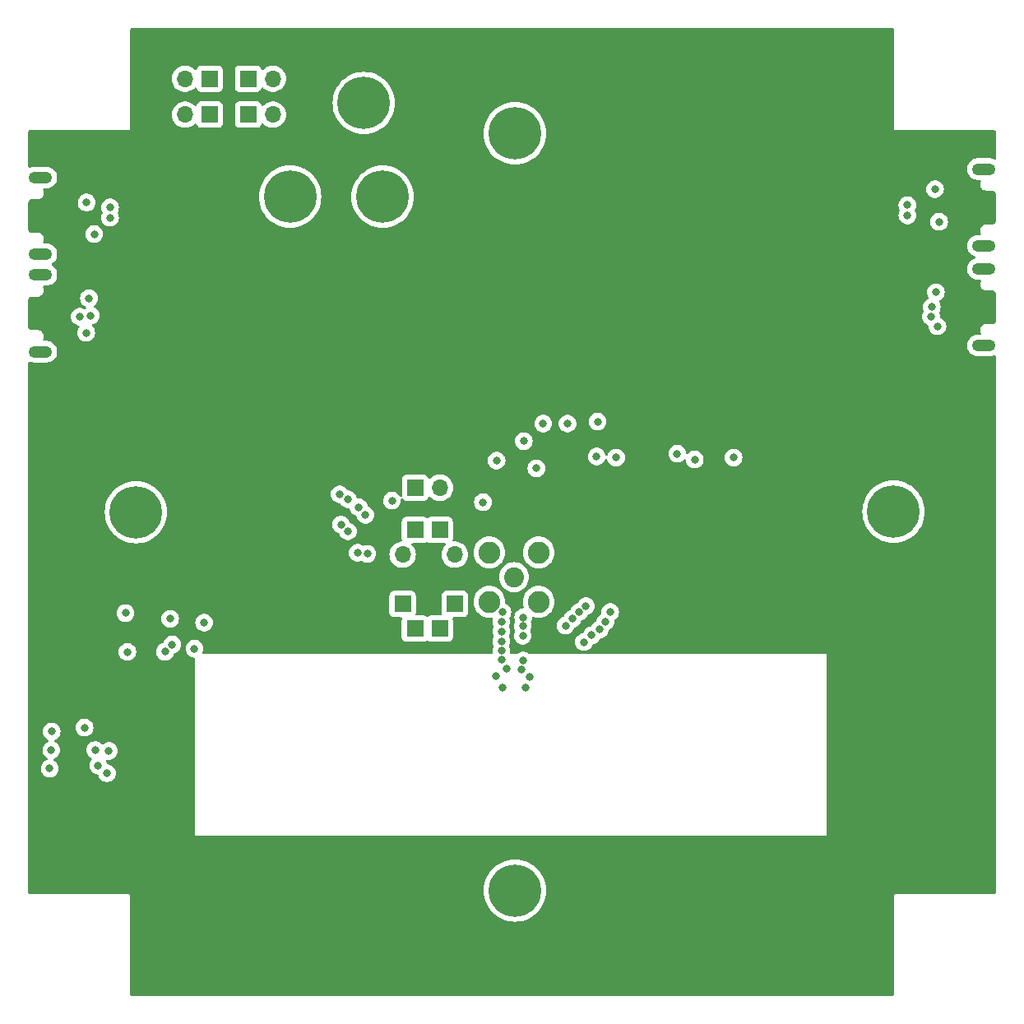
<source format=gbr>
%TF.GenerationSoftware,KiCad,Pcbnew,8.0.2-1*%
%TF.CreationDate,2024-06-23T19:16:47-07:00*%
%TF.ProjectId,antenna_top_cap_v2,616e7465-6e6e-4615-9f74-6f705f636170,rev?*%
%TF.SameCoordinates,Original*%
%TF.FileFunction,Copper,L3,Inr*%
%TF.FilePolarity,Positive*%
%FSLAX46Y46*%
G04 Gerber Fmt 4.6, Leading zero omitted, Abs format (unit mm)*
G04 Created by KiCad (PCBNEW 8.0.2-1) date 2024-06-23 19:16:47*
%MOMM*%
%LPD*%
G01*
G04 APERTURE LIST*
%TA.AperFunction,ComponentPad*%
%ADD10O,1.700000X1.700000*%
%TD*%
%TA.AperFunction,ComponentPad*%
%ADD11R,1.700000X1.700000*%
%TD*%
%TA.AperFunction,ComponentPad*%
%ADD12C,5.400000*%
%TD*%
%TA.AperFunction,ComponentPad*%
%ADD13C,2.050000*%
%TD*%
%TA.AperFunction,ComponentPad*%
%ADD14C,2.250000*%
%TD*%
%TA.AperFunction,ComponentPad*%
%ADD15O,2.416000X1.208000*%
%TD*%
%TA.AperFunction,ViaPad*%
%ADD16C,0.800000*%
%TD*%
G04 APERTURE END LIST*
D10*
%TO.N,BURN*%
%TO.C,J7*%
X154275800Y-116609400D03*
D11*
X155545800Y-114069400D03*
X158085800Y-114069400D03*
D10*
X159645800Y-116609400D03*
D11*
%TO.N,BURN_GND*%
X154275800Y-121689400D03*
X155545800Y-124229400D03*
X158085800Y-124229400D03*
X159645800Y-121689400D03*
%TD*%
%TO.N,~{FC_RESET}*%
%TO.C,J9*%
X134420800Y-67619400D03*
D10*
%TO.N,GND*%
X131880800Y-67619400D03*
%TD*%
D11*
%TO.N,EPS_USBBOOT*%
%TO.C,J2*%
X138370800Y-71319400D03*
D10*
%TO.N,GND*%
X140910800Y-71319400D03*
%TD*%
D12*
%TO.N,GND*%
%TO.C,TP3*%
X150275800Y-70119400D03*
%TD*%
%TO.N,GND*%
%TO.C,TP7*%
X142693713Y-79756113D03*
%TD*%
%TO.N,GND*%
%TO.C,TP2*%
X152215800Y-79769400D03*
%TD*%
%TO.N,GND*%
%TO.C,TP5*%
X126825800Y-112239400D03*
%TD*%
%TO.N,GND*%
%TO.C,TP6*%
X165835800Y-73239400D03*
%TD*%
%TO.N,GND*%
%TO.C,TP1*%
X165835800Y-151189400D03*
%TD*%
%TO.N,GND*%
%TO.C,TP4*%
X204805800Y-112189400D03*
%TD*%
D13*
%TO.N,Net-(J5-In)*%
%TO.C,J5*%
X165745800Y-118919400D03*
D14*
%TO.N,GND*%
X163205800Y-116379400D03*
X163205800Y-121459400D03*
X168285800Y-116379400D03*
X168285800Y-121459400D03*
%TD*%
D11*
%TO.N,~{EPS_RESET}*%
%TO.C,J3*%
X138370800Y-67619400D03*
D10*
%TO.N,GND*%
X140910800Y-67619400D03*
%TD*%
D11*
%TO.N,FC_USBBOOT*%
%TO.C,J20*%
X134420800Y-71319400D03*
D10*
%TO.N,GND*%
X131880800Y-71319400D03*
%TD*%
D15*
%TO.N,GND*%
%TO.C,J10*%
X116995800Y-85694400D03*
%TO.N,N/C*%
X116995800Y-77794400D03*
%TD*%
%TO.N,GND*%
%TO.C,J13*%
X214095800Y-87194400D03*
%TO.N,N/C*%
X214095800Y-95094400D03*
%TD*%
D11*
%TO.N,Dir_Chrg_In*%
%TO.C,J1*%
X155570800Y-109719400D03*
D10*
%TO.N,GND*%
X158110800Y-109719400D03*
%TD*%
D15*
%TO.N,GND*%
%TO.C,J15*%
X214095800Y-76919400D03*
%TO.N,N/C*%
X214095800Y-84819400D03*
%TD*%
%TO.N,GND*%
%TO.C,J11*%
X116995800Y-95719400D03*
%TO.N,N/C*%
X116995800Y-87819400D03*
%TD*%
D16*
%TO.N,GND*%
X175645800Y-122519400D03*
X175145800Y-123519400D03*
X174545800Y-124319400D03*
X173745800Y-124919400D03*
X172945800Y-125619400D03*
X173145800Y-121919400D03*
X172445800Y-122519400D03*
X171745800Y-123219400D03*
X171045800Y-123919400D03*
X168045800Y-107719400D03*
X162545800Y-111219400D03*
X166745800Y-104919400D03*
X163945647Y-106919553D03*
X153177969Y-111051569D03*
%TO.N,EPS_USBBOOT*%
X147797800Y-110389400D03*
X149645800Y-116419400D03*
%TO.N,~{EPS_RESET}*%
X148645800Y-110919400D03*
X150645800Y-116519400D03*
%TO.N,V_RF*%
X184345800Y-106819400D03*
X174245800Y-106519400D03*
X171245800Y-103119400D03*
X168745800Y-103119400D03*
%TO.N,+3V3*%
X150245800Y-108719400D03*
%TO.N,SDA1*%
X150445800Y-112519400D03*
%TO.N,SCL1*%
X149745800Y-111719400D03*
X147934616Y-113516366D03*
%TO.N,SDA1*%
X148641725Y-114223475D03*
%TO.N,EPS_USB_D+*%
X121045800Y-92119400D03*
%TO.N,EPS_USB_D-*%
X122184502Y-91994399D03*
%TO.N,GND*%
X122535800Y-83619400D03*
X188345800Y-106619400D03*
X182545800Y-106219400D03*
X166695800Y-123069400D03*
X130347958Y-123222637D03*
X176245800Y-106619400D03*
X209075800Y-78979400D03*
X164445800Y-125519400D03*
X166645800Y-124969400D03*
X167395800Y-129169400D03*
X164445800Y-123519400D03*
X117945800Y-138629545D03*
X166695800Y-127519400D03*
X164445800Y-124519400D03*
X164545800Y-122519400D03*
X166945800Y-130301025D03*
X163895800Y-129119400D03*
X166645800Y-123969400D03*
X164445800Y-126519400D03*
X164445800Y-127419400D03*
X118145800Y-134819400D03*
X164971175Y-128319400D03*
X166545800Y-128419400D03*
X209175800Y-89609400D03*
X121705800Y-93769400D03*
X174345800Y-102919400D03*
X164578799Y-130276413D03*
%TO.N,+3V3*%
X166245800Y-113919400D03*
X140345800Y-124619400D03*
X178345800Y-102919400D03*
X169045800Y-124119400D03*
X191245800Y-82625901D03*
%TO.N,2.8V*%
X124045800Y-136819400D03*
X125945800Y-126619400D03*
X118106730Y-136731536D03*
X125745800Y-122619400D03*
X133845800Y-123619400D03*
X129820800Y-126607053D03*
%TO.N,/SCL_3V*%
X122945800Y-138304400D03*
%TO.N,/GPIO*%
X121535800Y-134409400D03*
%TO.N,/XSHUT_2.8V*%
X122625802Y-136719400D03*
%TO.N,Net-(J10-VBUS)*%
X121745800Y-80359400D03*
%TO.N,/2d-*%
X208673487Y-92116785D03*
%TO.N,/2d+*%
X208745800Y-91119400D03*
%TO.N,/3d-*%
X206237842Y-81684400D03*
%TO.N,/3d+*%
X206237842Y-80634400D03*
%TO.N,Net-(J11-VBUS)*%
X121985800Y-90219400D03*
%TO.N,Net-(J13-VBUS)*%
X209325800Y-93099900D03*
%TO.N,Net-(J15-VBUS)*%
X209502184Y-82340211D03*
%TO.N,FC_USB_D-*%
X124159873Y-80864400D03*
%TO.N,FC_USB_D+*%
X124159873Y-81914400D03*
%TO.N,SDA1*%
X132845800Y-126291732D03*
X130545800Y-125867037D03*
%TO.N,/SDA_3V*%
X123845800Y-139119400D03*
%TD*%
%TA.AperFunction,Conductor*%
%TO.N,+3V3*%
G36*
X140597395Y-62419907D02*
G01*
X140598454Y-62419906D01*
X140598457Y-62419908D01*
X151844973Y-62417700D01*
X204719700Y-62417700D01*
X204787821Y-62437702D01*
X204834314Y-62491358D01*
X204845700Y-62543700D01*
X204845700Y-72757082D01*
X204876223Y-72830773D01*
X204876226Y-72830777D01*
X204932622Y-72887173D01*
X204932626Y-72887176D01*
X205006318Y-72917700D01*
X215219659Y-72917700D01*
X215287780Y-72937702D01*
X215334273Y-72991358D01*
X215345659Y-73043716D01*
X215345320Y-75794124D01*
X215325310Y-75862242D01*
X215271648Y-75908728D01*
X215201373Y-75918823D01*
X215162119Y-75906375D01*
X215126852Y-75888406D01*
X215126849Y-75888405D01*
X215126847Y-75888404D01*
X214960315Y-75834295D01*
X214960313Y-75834294D01*
X214960311Y-75834294D01*
X214787356Y-75806900D01*
X213404244Y-75806900D01*
X213231289Y-75834294D01*
X213231287Y-75834294D01*
X213231284Y-75834295D01*
X213064752Y-75888404D01*
X213064746Y-75888407D01*
X212908719Y-75967907D01*
X212767052Y-76070834D01*
X212643234Y-76194652D01*
X212540307Y-76336319D01*
X212460807Y-76492346D01*
X212460804Y-76492352D01*
X212406695Y-76658884D01*
X212406694Y-76658887D01*
X212406694Y-76658889D01*
X212379300Y-76831844D01*
X212379300Y-77006956D01*
X212406694Y-77179911D01*
X212460806Y-77346452D01*
X212540305Y-77502477D01*
X212540307Y-77502480D01*
X212643234Y-77644147D01*
X212767052Y-77767965D01*
X212767055Y-77767967D01*
X212908723Y-77870895D01*
X213064748Y-77950394D01*
X213231289Y-78004506D01*
X213404244Y-78031900D01*
X213696000Y-78031900D01*
X213764121Y-78051902D01*
X213810614Y-78105558D01*
X213820718Y-78175832D01*
X213809522Y-78212569D01*
X213792850Y-78247190D01*
X213777919Y-78278194D01*
X213745300Y-78421106D01*
X213745300Y-78567694D01*
X213777330Y-78708025D01*
X213777919Y-78710605D01*
X213777921Y-78710610D01*
X213841518Y-78842672D01*
X213841519Y-78842674D01*
X213841520Y-78842675D01*
X213841521Y-78842677D01*
X213932917Y-78957283D01*
X214047523Y-79048679D01*
X214179594Y-79112281D01*
X214322506Y-79144900D01*
X214355918Y-79144900D01*
X215014275Y-79144900D01*
X215043831Y-79148415D01*
X215101854Y-79162416D01*
X215132564Y-79174248D01*
X215187751Y-79204306D01*
X215214348Y-79223686D01*
X215259871Y-79267013D01*
X215280544Y-79292624D01*
X215313292Y-79346261D01*
X215326626Y-79376348D01*
X215344368Y-79436635D01*
X215349457Y-79469154D01*
X215350520Y-79513016D01*
X215350121Y-79517652D01*
X215350243Y-79517652D01*
X215350243Y-79552486D01*
X215349526Y-79565909D01*
X215347135Y-79588223D01*
X215348246Y-79600589D01*
X215347893Y-79600620D01*
X215350243Y-79616937D01*
X215350243Y-80869294D01*
X215350242Y-80869773D01*
X215345478Y-82122258D01*
X215343076Y-82138715D01*
X215343304Y-82138736D01*
X215342192Y-82151097D01*
X215344517Y-82172807D01*
X215345232Y-82186695D01*
X215345104Y-82220504D01*
X215345579Y-82226139D01*
X215344510Y-82270159D01*
X215339420Y-82302678D01*
X215321679Y-82362952D01*
X215308342Y-82393040D01*
X215275596Y-82446666D01*
X215254920Y-82472276D01*
X215209403Y-82515591D01*
X215182802Y-82534971D01*
X215127624Y-82565019D01*
X215096914Y-82576849D01*
X215040800Y-82590386D01*
X215011251Y-82593900D01*
X214435682Y-82593900D01*
X214395800Y-82593900D01*
X214322506Y-82593900D01*
X214179594Y-82626519D01*
X214179589Y-82626521D01*
X214047527Y-82690118D01*
X214047525Y-82690119D01*
X213932917Y-82781517D01*
X213841519Y-82896125D01*
X213841518Y-82896127D01*
X213779180Y-83025575D01*
X213777919Y-83028194D01*
X213745300Y-83171106D01*
X213745300Y-83317694D01*
X213762733Y-83394072D01*
X213777919Y-83460605D01*
X213777921Y-83460610D01*
X213809522Y-83526231D01*
X213821057Y-83596284D01*
X213792887Y-83661453D01*
X213733957Y-83701047D01*
X213696000Y-83706900D01*
X213404244Y-83706900D01*
X213231289Y-83734294D01*
X213231287Y-83734294D01*
X213231284Y-83734295D01*
X213064752Y-83788404D01*
X213064746Y-83788407D01*
X212908719Y-83867907D01*
X212767052Y-83970834D01*
X212643234Y-84094652D01*
X212540307Y-84236319D01*
X212460807Y-84392346D01*
X212460804Y-84392352D01*
X212406695Y-84558884D01*
X212406694Y-84558887D01*
X212406694Y-84558889D01*
X212379300Y-84731844D01*
X212379300Y-84906956D01*
X212398920Y-85030826D01*
X212406695Y-85079915D01*
X212419254Y-85118569D01*
X212460806Y-85246452D01*
X212495769Y-85315070D01*
X212540307Y-85402480D01*
X212643234Y-85544147D01*
X212767052Y-85667965D01*
X212767055Y-85667967D01*
X212908723Y-85770895D01*
X213064748Y-85850394D01*
X213124178Y-85869704D01*
X213177616Y-85887067D01*
X213236222Y-85927141D01*
X213263859Y-85992537D01*
X213251752Y-86062494D01*
X213203746Y-86114800D01*
X213177616Y-86126733D01*
X213064752Y-86163404D01*
X213064746Y-86163407D01*
X212908719Y-86242907D01*
X212767052Y-86345834D01*
X212643234Y-86469652D01*
X212540307Y-86611319D01*
X212460807Y-86767346D01*
X212460804Y-86767352D01*
X212406695Y-86933884D01*
X212406694Y-86933887D01*
X212406694Y-86933889D01*
X212379300Y-87106844D01*
X212379300Y-87281956D01*
X212406694Y-87454911D01*
X212406695Y-87454915D01*
X212440476Y-87558884D01*
X212460806Y-87621452D01*
X212540305Y-87777477D01*
X212540307Y-87777480D01*
X212643234Y-87919147D01*
X212767052Y-88042965D01*
X212767055Y-88042967D01*
X212908723Y-88145895D01*
X213064748Y-88225394D01*
X213231289Y-88279506D01*
X213404244Y-88306900D01*
X213696000Y-88306900D01*
X213764121Y-88326902D01*
X213810614Y-88380558D01*
X213820718Y-88450832D01*
X213809522Y-88487569D01*
X213782276Y-88544147D01*
X213777919Y-88553194D01*
X213745300Y-88696106D01*
X213745300Y-88842694D01*
X213765661Y-88931900D01*
X213777919Y-88985605D01*
X213777921Y-88985610D01*
X213841518Y-89117672D01*
X213841519Y-89117674D01*
X213841520Y-89117675D01*
X213841521Y-89117677D01*
X213932917Y-89232283D01*
X214047523Y-89323679D01*
X214179594Y-89387281D01*
X214322506Y-89419900D01*
X214355918Y-89419900D01*
X215014275Y-89419900D01*
X215043831Y-89423415D01*
X215101854Y-89437416D01*
X215132564Y-89449248D01*
X215187751Y-89479306D01*
X215214349Y-89498687D01*
X215259871Y-89542013D01*
X215280544Y-89567624D01*
X215313292Y-89621261D01*
X215326626Y-89651348D01*
X215344368Y-89711635D01*
X215349457Y-89744154D01*
X215350520Y-89788016D01*
X215350121Y-89792652D01*
X215350243Y-89792652D01*
X215350243Y-89827486D01*
X215349526Y-89840909D01*
X215347135Y-89863223D01*
X215348246Y-89875589D01*
X215347893Y-89875620D01*
X215350243Y-89891937D01*
X215350243Y-91144294D01*
X215350242Y-91144773D01*
X215345478Y-92397258D01*
X215343076Y-92413715D01*
X215343304Y-92413736D01*
X215342192Y-92426097D01*
X215344517Y-92447807D01*
X215345232Y-92461695D01*
X215345104Y-92495504D01*
X215345579Y-92501139D01*
X215344510Y-92545159D01*
X215339420Y-92577678D01*
X215321679Y-92637952D01*
X215308342Y-92668040D01*
X215275596Y-92721666D01*
X215254920Y-92747276D01*
X215209403Y-92790591D01*
X215182802Y-92809971D01*
X215127624Y-92840019D01*
X215096914Y-92851849D01*
X215040800Y-92865386D01*
X215011251Y-92868900D01*
X214435682Y-92868900D01*
X214395800Y-92868900D01*
X214322506Y-92868900D01*
X214187923Y-92899618D01*
X214179594Y-92901519D01*
X214179589Y-92901521D01*
X214047527Y-92965118D01*
X214047525Y-92965119D01*
X213932917Y-93056517D01*
X213841519Y-93171125D01*
X213841518Y-93171127D01*
X213777921Y-93303189D01*
X213777919Y-93303194D01*
X213745300Y-93446106D01*
X213745300Y-93592694D01*
X213772195Y-93710528D01*
X213777919Y-93735605D01*
X213777921Y-93735610D01*
X213809522Y-93801231D01*
X213821057Y-93871284D01*
X213792887Y-93936453D01*
X213733957Y-93976047D01*
X213696000Y-93981900D01*
X213404244Y-93981900D01*
X213231289Y-94009294D01*
X213231287Y-94009294D01*
X213231284Y-94009295D01*
X213064752Y-94063404D01*
X213064746Y-94063407D01*
X212908719Y-94142907D01*
X212767052Y-94245834D01*
X212643234Y-94369652D01*
X212540307Y-94511319D01*
X212460807Y-94667346D01*
X212460804Y-94667352D01*
X212406695Y-94833884D01*
X212406694Y-94833887D01*
X212406694Y-94833889D01*
X212379300Y-95006844D01*
X212379300Y-95181956D01*
X212406694Y-95354911D01*
X212406695Y-95354915D01*
X212440476Y-95458884D01*
X212460806Y-95521452D01*
X212540305Y-95677477D01*
X212540307Y-95677480D01*
X212643234Y-95819147D01*
X212767052Y-95942965D01*
X212767055Y-95942967D01*
X212908723Y-96045895D01*
X213064748Y-96125394D01*
X213231289Y-96179506D01*
X213404244Y-96206900D01*
X213404247Y-96206900D01*
X214787353Y-96206900D01*
X214787356Y-96206900D01*
X214960311Y-96179506D01*
X215126852Y-96125394D01*
X215162097Y-96107435D01*
X215231871Y-96094330D01*
X215297656Y-96121028D01*
X215338564Y-96179055D01*
X215345300Y-96219700D01*
X215345697Y-151390699D01*
X215325695Y-151458820D01*
X215272040Y-151505313D01*
X215219697Y-151516700D01*
X205006318Y-151516700D01*
X204932626Y-151547223D01*
X204932622Y-151547226D01*
X204876226Y-151603622D01*
X204876223Y-151603626D01*
X204845700Y-151677317D01*
X204845700Y-161890700D01*
X204825698Y-161958821D01*
X204772042Y-162005314D01*
X204719700Y-162016700D01*
X126372700Y-162016700D01*
X126304579Y-161996698D01*
X126258086Y-161943042D01*
X126246700Y-161890700D01*
X126246700Y-151677317D01*
X126216176Y-151603626D01*
X126216173Y-151603622D01*
X126159777Y-151547226D01*
X126159773Y-151547223D01*
X126086082Y-151516700D01*
X115872697Y-151516700D01*
X115804576Y-151496698D01*
X115758083Y-151443042D01*
X115746697Y-151390701D01*
X115746696Y-151189400D01*
X162622244Y-151189400D01*
X162642449Y-151549200D01*
X162702813Y-151904476D01*
X162802579Y-152250774D01*
X162940481Y-152583699D01*
X162940486Y-152583710D01*
X162940493Y-152583722D01*
X163114799Y-152899107D01*
X163114801Y-152899110D01*
X163114804Y-152899115D01*
X163323341Y-153193019D01*
X163563473Y-153461727D01*
X163832181Y-153701859D01*
X164126085Y-153910396D01*
X164441490Y-154084714D01*
X164774430Y-154222622D01*
X165120717Y-154322385D01*
X165475996Y-154382750D01*
X165835800Y-154402956D01*
X166195604Y-154382750D01*
X166550883Y-154322385D01*
X166897170Y-154222622D01*
X167230110Y-154084714D01*
X167545515Y-153910396D01*
X167839419Y-153701859D01*
X168108127Y-153461727D01*
X168348259Y-153193019D01*
X168556796Y-152899115D01*
X168731114Y-152583710D01*
X168869022Y-152250770D01*
X168968785Y-151904483D01*
X169029150Y-151549204D01*
X169049356Y-151189400D01*
X169029150Y-150829596D01*
X168968785Y-150474317D01*
X168869022Y-150128030D01*
X168731114Y-149795090D01*
X168556796Y-149479685D01*
X168348259Y-149185781D01*
X168108127Y-148917073D01*
X167839419Y-148676941D01*
X167545515Y-148468404D01*
X167545510Y-148468401D01*
X167545507Y-148468399D01*
X167352703Y-148361841D01*
X167230110Y-148294086D01*
X167230103Y-148294083D01*
X167230099Y-148294081D01*
X166897174Y-148156179D01*
X166550876Y-148056413D01*
X166195600Y-147996049D01*
X165835800Y-147975844D01*
X165475999Y-147996049D01*
X165120723Y-148056413D01*
X164774425Y-148156179D01*
X164441500Y-148294081D01*
X164441477Y-148294093D01*
X164126092Y-148468399D01*
X163832177Y-148676944D01*
X163563473Y-148917073D01*
X163323344Y-149185777D01*
X163114799Y-149479692D01*
X162940493Y-149795077D01*
X162940481Y-149795100D01*
X162802579Y-150128025D01*
X162702813Y-150474323D01*
X162642449Y-150829599D01*
X162622244Y-151189400D01*
X115746696Y-151189400D01*
X115746688Y-150128025D01*
X115746604Y-138629545D01*
X117032296Y-138629545D01*
X117052257Y-138819472D01*
X117082326Y-138912015D01*
X117111273Y-139001101D01*
X117111276Y-139001106D01*
X117206758Y-139166486D01*
X117206765Y-139166496D01*
X117334544Y-139308409D01*
X117334547Y-139308411D01*
X117489048Y-139420663D01*
X117663512Y-139498339D01*
X117850313Y-139538045D01*
X118041287Y-139538045D01*
X118228088Y-139498339D01*
X118402552Y-139420663D01*
X118557053Y-139308411D01*
X118557055Y-139308409D01*
X118684834Y-139166496D01*
X118684835Y-139166494D01*
X118684840Y-139166489D01*
X118780327Y-139001101D01*
X118839342Y-138819473D01*
X118859304Y-138629545D01*
X118839342Y-138439617D01*
X118780327Y-138257989D01*
X118684840Y-138092601D01*
X118684838Y-138092599D01*
X118684834Y-138092593D01*
X118557055Y-137950680D01*
X118491610Y-137903132D01*
X118402552Y-137838427D01*
X118392189Y-137833813D01*
X118386929Y-137831471D01*
X118332834Y-137785490D01*
X118312186Y-137717562D01*
X118331540Y-137649255D01*
X118384751Y-137602254D01*
X118386932Y-137601258D01*
X118389014Y-137600330D01*
X118389018Y-137600330D01*
X118563482Y-137522654D01*
X118717983Y-137410402D01*
X118845770Y-137268480D01*
X118941257Y-137103092D01*
X119000272Y-136921464D01*
X119020234Y-136731536D01*
X119018958Y-136719400D01*
X121712298Y-136719400D01*
X121732259Y-136909327D01*
X121736203Y-136921464D01*
X121791275Y-137090956D01*
X121791278Y-137090961D01*
X121886760Y-137256341D01*
X121886767Y-137256351D01*
X122014546Y-137398264D01*
X122014549Y-137398266D01*
X122169050Y-137510518D01*
X122169053Y-137510519D01*
X122169054Y-137510520D01*
X122202680Y-137525491D01*
X122256777Y-137571470D01*
X122277427Y-137639397D01*
X122258075Y-137707705D01*
X122245070Y-137724908D01*
X122206761Y-137767454D01*
X122206758Y-137767458D01*
X122111276Y-137932838D01*
X122111273Y-137932845D01*
X122052257Y-138114472D01*
X122032296Y-138304400D01*
X122052257Y-138494327D01*
X122080890Y-138582448D01*
X122111273Y-138675956D01*
X122111276Y-138675961D01*
X122206758Y-138841341D01*
X122206765Y-138841351D01*
X122334544Y-138983264D01*
X122395799Y-139027768D01*
X122489048Y-139095518D01*
X122663512Y-139173194D01*
X122850313Y-139212900D01*
X122850314Y-139212900D01*
X122855578Y-139214019D01*
X122918051Y-139247748D01*
X122948837Y-139303495D01*
X122950217Y-139303047D01*
X122952258Y-139309327D01*
X122952258Y-139309328D01*
X123011273Y-139490956D01*
X123011276Y-139490961D01*
X123106758Y-139656341D01*
X123106765Y-139656351D01*
X123234544Y-139798264D01*
X123234547Y-139798266D01*
X123389048Y-139910518D01*
X123563512Y-139988194D01*
X123750313Y-140027900D01*
X123941287Y-140027900D01*
X124128088Y-139988194D01*
X124302552Y-139910518D01*
X124457053Y-139798266D01*
X124584840Y-139656344D01*
X124680327Y-139490956D01*
X124739342Y-139309328D01*
X124759304Y-139119400D01*
X124739342Y-138929472D01*
X124680327Y-138747844D01*
X124584840Y-138582456D01*
X124584838Y-138582454D01*
X124584834Y-138582448D01*
X124457055Y-138440535D01*
X124302552Y-138328282D01*
X124248912Y-138304400D01*
X124128088Y-138250606D01*
X124128087Y-138250605D01*
X124128083Y-138250604D01*
X123936021Y-138209779D01*
X123873547Y-138176051D01*
X123842762Y-138120304D01*
X123841383Y-138120753D01*
X123832233Y-138092593D01*
X123780327Y-137932844D01*
X123763171Y-137903129D01*
X123746434Y-137834137D01*
X123769654Y-137767045D01*
X123825461Y-137723157D01*
X123896136Y-137716408D01*
X123898489Y-137716885D01*
X123950309Y-137727900D01*
X123950313Y-137727900D01*
X124141287Y-137727900D01*
X124328088Y-137688194D01*
X124502552Y-137610518D01*
X124657053Y-137498266D01*
X124713472Y-137435606D01*
X124784834Y-137356351D01*
X124784835Y-137356349D01*
X124784840Y-137356344D01*
X124880327Y-137190956D01*
X124939342Y-137009328D01*
X124959304Y-136819400D01*
X124939342Y-136629472D01*
X124880327Y-136447844D01*
X124784840Y-136282456D01*
X124784838Y-136282454D01*
X124784834Y-136282448D01*
X124657055Y-136140535D01*
X124502552Y-136028282D01*
X124328088Y-135950606D01*
X124141287Y-135910900D01*
X123950313Y-135910900D01*
X123763511Y-135950606D01*
X123589047Y-136028282D01*
X123461373Y-136121043D01*
X123394505Y-136144902D01*
X123325353Y-136128821D01*
X123293676Y-136103417D01*
X123237057Y-136040535D01*
X123082554Y-135928282D01*
X122908090Y-135850606D01*
X122721289Y-135810900D01*
X122530315Y-135810900D01*
X122343513Y-135850606D01*
X122169049Y-135928282D01*
X122014546Y-136040535D01*
X121886767Y-136182448D01*
X121886760Y-136182458D01*
X121791278Y-136347838D01*
X121791275Y-136347844D01*
X121776801Y-136392386D01*
X121732259Y-136529472D01*
X121712298Y-136719400D01*
X119018958Y-136719400D01*
X119000272Y-136541608D01*
X118941257Y-136359980D01*
X118845770Y-136194592D01*
X118845768Y-136194590D01*
X118845764Y-136194584D01*
X118717985Y-136052671D01*
X118563482Y-135940418D01*
X118471066Y-135899272D01*
X118416970Y-135853292D01*
X118396321Y-135785364D01*
X118415673Y-135717056D01*
X118468884Y-135670055D01*
X118471013Y-135669082D01*
X118602552Y-135610518D01*
X118757053Y-135498266D01*
X118884840Y-135356344D01*
X118980327Y-135190956D01*
X119039342Y-135009328D01*
X119059304Y-134819400D01*
X119039342Y-134629472D01*
X118980327Y-134447844D01*
X118958131Y-134409400D01*
X120622296Y-134409400D01*
X120642257Y-134599327D01*
X120652052Y-134629472D01*
X120701273Y-134780956D01*
X120701276Y-134780961D01*
X120796758Y-134946341D01*
X120796765Y-134946351D01*
X120924544Y-135088264D01*
X120924547Y-135088266D01*
X121079048Y-135200518D01*
X121253512Y-135278194D01*
X121440313Y-135317900D01*
X121631287Y-135317900D01*
X121818088Y-135278194D01*
X121992552Y-135200518D01*
X122147053Y-135088266D01*
X122274840Y-134946344D01*
X122370327Y-134780956D01*
X122429342Y-134599328D01*
X122449304Y-134409400D01*
X122429342Y-134219472D01*
X122370327Y-134037844D01*
X122274840Y-133872456D01*
X122274838Y-133872454D01*
X122274834Y-133872448D01*
X122147055Y-133730535D01*
X121992552Y-133618282D01*
X121818088Y-133540606D01*
X121631287Y-133500900D01*
X121440313Y-133500900D01*
X121253511Y-133540606D01*
X121079047Y-133618282D01*
X120924544Y-133730535D01*
X120796765Y-133872448D01*
X120796758Y-133872458D01*
X120701276Y-134037838D01*
X120701273Y-134037845D01*
X120642257Y-134219472D01*
X120622296Y-134409400D01*
X118958131Y-134409400D01*
X118884840Y-134282456D01*
X118884838Y-134282454D01*
X118884834Y-134282448D01*
X118757055Y-134140535D01*
X118602552Y-134028282D01*
X118428088Y-133950606D01*
X118241287Y-133910900D01*
X118050313Y-133910900D01*
X117863511Y-133950606D01*
X117689047Y-134028282D01*
X117534544Y-134140535D01*
X117406765Y-134282448D01*
X117406758Y-134282458D01*
X117311276Y-134447838D01*
X117311273Y-134447845D01*
X117252257Y-134629472D01*
X117232296Y-134819400D01*
X117252257Y-135009327D01*
X117277906Y-135088264D01*
X117311273Y-135190956D01*
X117311276Y-135190961D01*
X117406758Y-135356341D01*
X117406765Y-135356351D01*
X117534544Y-135498264D01*
X117534547Y-135498266D01*
X117689048Y-135610518D01*
X117781462Y-135651663D01*
X117835558Y-135697643D01*
X117856208Y-135765570D01*
X117836856Y-135833878D01*
X117783645Y-135880880D01*
X117781463Y-135881877D01*
X117649977Y-135940418D01*
X117495474Y-136052671D01*
X117367695Y-136194584D01*
X117367688Y-136194594D01*
X117272206Y-136359974D01*
X117272203Y-136359981D01*
X117213187Y-136541608D01*
X117193226Y-136731536D01*
X117213187Y-136921463D01*
X117241737Y-137009327D01*
X117272203Y-137103092D01*
X117272206Y-137103097D01*
X117367688Y-137268477D01*
X117367695Y-137268487D01*
X117495474Y-137410400D01*
X117495477Y-137410402D01*
X117649978Y-137522654D01*
X117665357Y-137529501D01*
X117665597Y-137529608D01*
X117719693Y-137575588D01*
X117740343Y-137643515D01*
X117720991Y-137711823D01*
X117667780Y-137758825D01*
X117665598Y-137759822D01*
X117489047Y-137838427D01*
X117334544Y-137950680D01*
X117206765Y-138092593D01*
X117206758Y-138092603D01*
X117111276Y-138257983D01*
X117111273Y-138257990D01*
X117052257Y-138439617D01*
X117032296Y-138629545D01*
X115746604Y-138629545D01*
X115746517Y-126619400D01*
X125032296Y-126619400D01*
X125052257Y-126809327D01*
X125082326Y-126901870D01*
X125111273Y-126990956D01*
X125111276Y-126990961D01*
X125206758Y-127156341D01*
X125206765Y-127156351D01*
X125334544Y-127298264D01*
X125334547Y-127298266D01*
X125489048Y-127410518D01*
X125663512Y-127488194D01*
X125850313Y-127527900D01*
X126041287Y-127527900D01*
X126228088Y-127488194D01*
X126402552Y-127410518D01*
X126557053Y-127298266D01*
X126579001Y-127273890D01*
X126684834Y-127156351D01*
X126684835Y-127156349D01*
X126684840Y-127156344D01*
X126780327Y-126990956D01*
X126839342Y-126809328D01*
X126859304Y-126619400D01*
X126858006Y-126607053D01*
X128907296Y-126607053D01*
X128927257Y-126796980D01*
X128957326Y-126889523D01*
X128986273Y-126978609D01*
X129014641Y-127027744D01*
X129081758Y-127143994D01*
X129081765Y-127144004D01*
X129209544Y-127285917D01*
X129209547Y-127285919D01*
X129364048Y-127398171D01*
X129538512Y-127475847D01*
X129725313Y-127515553D01*
X129916287Y-127515553D01*
X130103088Y-127475847D01*
X130277552Y-127398171D01*
X130432053Y-127285919D01*
X130509206Y-127200232D01*
X130559834Y-127144004D01*
X130559835Y-127144002D01*
X130559840Y-127143997D01*
X130655327Y-126978609D01*
X130704767Y-126826449D01*
X130744839Y-126767845D01*
X130798402Y-126742140D01*
X130828088Y-126735831D01*
X131002552Y-126658155D01*
X131157053Y-126545903D01*
X131173263Y-126527900D01*
X131284834Y-126403988D01*
X131284835Y-126403986D01*
X131284840Y-126403981D01*
X131349647Y-126291732D01*
X131932296Y-126291732D01*
X131952257Y-126481659D01*
X131967282Y-126527900D01*
X132011273Y-126663288D01*
X132037854Y-126709328D01*
X132106758Y-126828673D01*
X132106765Y-126828683D01*
X132234544Y-126970596D01*
X132262567Y-126990956D01*
X132389048Y-127082850D01*
X132563512Y-127160526D01*
X132750313Y-127200232D01*
X132759800Y-127200232D01*
X132827921Y-127220234D01*
X132874414Y-127273890D01*
X132885800Y-127326232D01*
X132885800Y-145539400D01*
X197915800Y-145539400D01*
X197915800Y-126869400D01*
X167387479Y-126869400D01*
X167319358Y-126849398D01*
X167312550Y-126844200D01*
X167312395Y-126844415D01*
X167152552Y-126728282D01*
X166978088Y-126650606D01*
X166791287Y-126610900D01*
X166600313Y-126610900D01*
X166413511Y-126650606D01*
X166239047Y-126728282D01*
X166079205Y-126844415D01*
X166077616Y-126842227D01*
X166024416Y-126867755D01*
X166004121Y-126869400D01*
X165460756Y-126869400D01*
X165392635Y-126849398D01*
X165346142Y-126795742D01*
X165336038Y-126725468D01*
X165338274Y-126715849D01*
X165337970Y-126715785D01*
X165339342Y-126709330D01*
X165344720Y-126658155D01*
X165359304Y-126519400D01*
X165339342Y-126329472D01*
X165280327Y-126147844D01*
X165242542Y-126082400D01*
X165225805Y-126013405D01*
X165242543Y-125956399D01*
X165251703Y-125940534D01*
X165280327Y-125890956D01*
X165339342Y-125709328D01*
X165359304Y-125519400D01*
X165339342Y-125329472D01*
X165280327Y-125147844D01*
X165242542Y-125082400D01*
X165225805Y-125013405D01*
X165242543Y-124956399D01*
X165251703Y-124940534D01*
X165280327Y-124890956D01*
X165339342Y-124709328D01*
X165359304Y-124519400D01*
X165339342Y-124329472D01*
X165280327Y-124147844D01*
X165242542Y-124082400D01*
X165225805Y-124013405D01*
X165238726Y-123969400D01*
X165732296Y-123969400D01*
X165752257Y-124159327D01*
X165778644Y-124240534D01*
X165811273Y-124340956D01*
X165811274Y-124340959D01*
X165849057Y-124406401D01*
X165865794Y-124475397D01*
X165849057Y-124532399D01*
X165811274Y-124597840D01*
X165811273Y-124597845D01*
X165752257Y-124779472D01*
X165732296Y-124969400D01*
X165752257Y-125159327D01*
X165778534Y-125240198D01*
X165811273Y-125340956D01*
X165811276Y-125340961D01*
X165906758Y-125506341D01*
X165906765Y-125506351D01*
X166034544Y-125648264D01*
X166034547Y-125648266D01*
X166189048Y-125760518D01*
X166363512Y-125838194D01*
X166550313Y-125877900D01*
X166741287Y-125877900D01*
X166928088Y-125838194D01*
X167102552Y-125760518D01*
X167257053Y-125648266D01*
X167283044Y-125619400D01*
X172032296Y-125619400D01*
X172052257Y-125809327D01*
X172078780Y-125890954D01*
X172111273Y-125990956D01*
X172111275Y-125990959D01*
X172111276Y-125990961D01*
X172206758Y-126156341D01*
X172206765Y-126156351D01*
X172334544Y-126298264D01*
X172334547Y-126298266D01*
X172489048Y-126410518D01*
X172663512Y-126488194D01*
X172850313Y-126527900D01*
X173041287Y-126527900D01*
X173228088Y-126488194D01*
X173402552Y-126410518D01*
X173557053Y-126298266D01*
X173610785Y-126238591D01*
X173684834Y-126156351D01*
X173684835Y-126156349D01*
X173684840Y-126156344D01*
X173780327Y-125990956D01*
X173810236Y-125898906D01*
X173850308Y-125840302D01*
X173903869Y-125814597D01*
X174028088Y-125788194D01*
X174202552Y-125710518D01*
X174357053Y-125598266D01*
X174366387Y-125587900D01*
X174484834Y-125456351D01*
X174484835Y-125456349D01*
X174484840Y-125456344D01*
X174580327Y-125290956D01*
X174580326Y-125290956D01*
X174583629Y-125285237D01*
X174585581Y-125286364D01*
X174624794Y-125240198D01*
X174667757Y-125222273D01*
X174828088Y-125188194D01*
X175002552Y-125110518D01*
X175157053Y-124998266D01*
X175192825Y-124958537D01*
X175284834Y-124856351D01*
X175284835Y-124856349D01*
X175284840Y-124856344D01*
X175380327Y-124690956D01*
X175439342Y-124509328D01*
X175445647Y-124449337D01*
X175472660Y-124383681D01*
X175519707Y-124347402D01*
X175602552Y-124310518D01*
X175757053Y-124198266D01*
X175792114Y-124159327D01*
X175884834Y-124056351D01*
X175884835Y-124056349D01*
X175884840Y-124056344D01*
X175980327Y-123890956D01*
X176039342Y-123709328D01*
X176059304Y-123519400D01*
X176049579Y-123426876D01*
X176062351Y-123357040D01*
X176100828Y-123311771D01*
X176173011Y-123259326D01*
X176257053Y-123198266D01*
X176262846Y-123191832D01*
X176384834Y-123056351D01*
X176384835Y-123056349D01*
X176384840Y-123056344D01*
X176480327Y-122890956D01*
X176539342Y-122709328D01*
X176559304Y-122519400D01*
X176539342Y-122329472D01*
X176480327Y-122147844D01*
X176384840Y-121982456D01*
X176384838Y-121982454D01*
X176384834Y-121982448D01*
X176257055Y-121840535D01*
X176102552Y-121728282D01*
X175928088Y-121650606D01*
X175741287Y-121610900D01*
X175550313Y-121610900D01*
X175363511Y-121650606D01*
X175189047Y-121728282D01*
X175034544Y-121840535D01*
X174906765Y-121982448D01*
X174906758Y-121982458D01*
X174811276Y-122147838D01*
X174811273Y-122147845D01*
X174752257Y-122329472D01*
X174732296Y-122519400D01*
X174742020Y-122611925D01*
X174729247Y-122681763D01*
X174690771Y-122727030D01*
X174534544Y-122840535D01*
X174406765Y-122982448D01*
X174406758Y-122982458D01*
X174311276Y-123147838D01*
X174311273Y-123147845D01*
X174252258Y-123329470D01*
X174252257Y-123329472D01*
X174245951Y-123389464D01*
X174218937Y-123455120D01*
X174171892Y-123491396D01*
X174089054Y-123528278D01*
X174089048Y-123528282D01*
X173934544Y-123640535D01*
X173806765Y-123782448D01*
X173806758Y-123782458D01*
X173707971Y-123953563D01*
X173706027Y-123952440D01*
X173666759Y-123998631D01*
X173623839Y-124016527D01*
X173463511Y-124050606D01*
X173289047Y-124128282D01*
X173134544Y-124240535D01*
X173006765Y-124382448D01*
X173006758Y-124382458D01*
X172911275Y-124547838D01*
X172881364Y-124639893D01*
X172841289Y-124698498D01*
X172787729Y-124724201D01*
X172663515Y-124750604D01*
X172489047Y-124828282D01*
X172334544Y-124940535D01*
X172206765Y-125082448D01*
X172206758Y-125082458D01*
X172111276Y-125247838D01*
X172111273Y-125247845D01*
X172052257Y-125429472D01*
X172032296Y-125619400D01*
X167283044Y-125619400D01*
X167384834Y-125506351D01*
X167384835Y-125506349D01*
X167384840Y-125506344D01*
X167480327Y-125340956D01*
X167539342Y-125159328D01*
X167559304Y-124969400D01*
X167539342Y-124779472D01*
X167480327Y-124597844D01*
X167442542Y-124532400D01*
X167425805Y-124463405D01*
X167442543Y-124406399D01*
X167455659Y-124383681D01*
X167480327Y-124340956D01*
X167539342Y-124159328D01*
X167559304Y-123969400D01*
X167554049Y-123919400D01*
X170132296Y-123919400D01*
X170152257Y-124109327D01*
X170181155Y-124198264D01*
X170211273Y-124290956D01*
X170222566Y-124310516D01*
X170306758Y-124456341D01*
X170306765Y-124456351D01*
X170434544Y-124598264D01*
X170434547Y-124598266D01*
X170589048Y-124710518D01*
X170763512Y-124788194D01*
X170950313Y-124827900D01*
X171141287Y-124827900D01*
X171328088Y-124788194D01*
X171502552Y-124710518D01*
X171657053Y-124598266D01*
X171767685Y-124475397D01*
X171784834Y-124456351D01*
X171784835Y-124456349D01*
X171784840Y-124456344D01*
X171880327Y-124290956D01*
X171917654Y-124176073D01*
X171957727Y-124117469D01*
X172011290Y-124091764D01*
X172028088Y-124088194D01*
X172202552Y-124010518D01*
X172357053Y-123898266D01*
X172357055Y-123898264D01*
X172484834Y-123756351D01*
X172484835Y-123756349D01*
X172484840Y-123756344D01*
X172580327Y-123590956D01*
X172617654Y-123476073D01*
X172657727Y-123417469D01*
X172711290Y-123391764D01*
X172728088Y-123388194D01*
X172902552Y-123310518D01*
X173057053Y-123198266D01*
X173062846Y-123191832D01*
X173184834Y-123056351D01*
X173184835Y-123056349D01*
X173184840Y-123056344D01*
X173280327Y-122890956D01*
X173282749Y-122883499D01*
X173322818Y-122824894D01*
X173376387Y-122799183D01*
X173428088Y-122788194D01*
X173602552Y-122710518D01*
X173757053Y-122598266D01*
X173757055Y-122598264D01*
X173884834Y-122456351D01*
X173884835Y-122456349D01*
X173884840Y-122456344D01*
X173980327Y-122290956D01*
X174039342Y-122109328D01*
X174059304Y-121919400D01*
X174039342Y-121729472D01*
X173980327Y-121547844D01*
X173884840Y-121382456D01*
X173884838Y-121382454D01*
X173884834Y-121382448D01*
X173757055Y-121240535D01*
X173602552Y-121128282D01*
X173428088Y-121050606D01*
X173241287Y-121010900D01*
X173050313Y-121010900D01*
X172863511Y-121050606D01*
X172689047Y-121128282D01*
X172534544Y-121240535D01*
X172406765Y-121382448D01*
X172406758Y-121382458D01*
X172311275Y-121547839D01*
X172308847Y-121555311D01*
X172268771Y-121613915D01*
X172215213Y-121639616D01*
X172163512Y-121650605D01*
X171989047Y-121728282D01*
X171834544Y-121840535D01*
X171706765Y-121982448D01*
X171706758Y-121982458D01*
X171611276Y-122147838D01*
X171611272Y-122147845D01*
X171573945Y-122262725D01*
X171533871Y-122321331D01*
X171480313Y-122347034D01*
X171463513Y-122350605D01*
X171289047Y-122428282D01*
X171134544Y-122540535D01*
X171006765Y-122682448D01*
X171006758Y-122682458D01*
X170911276Y-122847838D01*
X170911272Y-122847845D01*
X170873945Y-122962725D01*
X170833871Y-123021331D01*
X170780313Y-123047034D01*
X170763513Y-123050605D01*
X170589047Y-123128282D01*
X170434544Y-123240535D01*
X170306765Y-123382448D01*
X170306758Y-123382458D01*
X170211276Y-123547838D01*
X170211273Y-123547845D01*
X170152257Y-123729472D01*
X170132296Y-123919400D01*
X167554049Y-123919400D01*
X167539342Y-123779472D01*
X167483048Y-123606221D01*
X167481021Y-123535255D01*
X167493764Y-123504285D01*
X167530324Y-123440961D01*
X167530323Y-123440961D01*
X167530327Y-123440956D01*
X167589342Y-123259328D01*
X167603967Y-123120177D01*
X167630978Y-123054523D01*
X167689200Y-123013892D01*
X167760145Y-123011189D01*
X167777482Y-123016935D01*
X167779460Y-123017755D01*
X168029474Y-123077778D01*
X168285800Y-123097951D01*
X168542126Y-123077778D01*
X168792140Y-123017755D01*
X169029687Y-122919360D01*
X169248916Y-122785016D01*
X169444431Y-122618031D01*
X169611416Y-122422516D01*
X169745760Y-122203287D01*
X169844155Y-121965740D01*
X169904178Y-121715726D01*
X169924351Y-121459400D01*
X169904178Y-121203074D01*
X169844155Y-120953060D01*
X169745760Y-120715513D01*
X169611416Y-120496284D01*
X169578412Y-120457641D01*
X169444431Y-120300768D01*
X169248919Y-120133786D01*
X169248917Y-120133785D01*
X169248916Y-120133784D01*
X169029687Y-119999440D01*
X168792140Y-119901045D01*
X168792138Y-119901044D01*
X168621110Y-119859984D01*
X168542126Y-119841022D01*
X168285800Y-119820849D01*
X168029474Y-119841022D01*
X167779461Y-119901044D01*
X167541914Y-119999439D01*
X167322682Y-120133785D01*
X167322680Y-120133786D01*
X167127168Y-120300768D01*
X166960186Y-120496280D01*
X166960185Y-120496282D01*
X166825839Y-120715514D01*
X166727444Y-120953061D01*
X166704026Y-121050606D01*
X166667422Y-121203074D01*
X166647249Y-121459400D01*
X166667422Y-121715726D01*
X166670722Y-121729472D01*
X166727444Y-121965738D01*
X166727445Y-121965740D01*
X166736120Y-121986683D01*
X166743709Y-122057272D01*
X166711929Y-122120759D01*
X166650871Y-122156986D01*
X166619711Y-122160900D01*
X166600313Y-122160900D01*
X166413511Y-122200606D01*
X166239047Y-122278282D01*
X166084544Y-122390535D01*
X165956765Y-122532448D01*
X165956758Y-122532458D01*
X165861276Y-122697838D01*
X165861273Y-122697845D01*
X165802257Y-122879472D01*
X165782296Y-123069400D01*
X165802257Y-123259328D01*
X165858550Y-123432577D01*
X165860578Y-123503544D01*
X165847837Y-123534512D01*
X165811272Y-123597844D01*
X165811270Y-123597849D01*
X165752257Y-123779471D01*
X165732296Y-123969400D01*
X165238726Y-123969400D01*
X165242543Y-123956399D01*
X165247482Y-123947844D01*
X165280327Y-123890956D01*
X165339342Y-123709328D01*
X165359304Y-123519400D01*
X165339342Y-123329472D01*
X165280327Y-123147844D01*
X165280324Y-123147838D01*
X165280263Y-123147649D01*
X165278235Y-123076681D01*
X165290972Y-123045722D01*
X165380327Y-122890956D01*
X165439342Y-122709328D01*
X165459304Y-122519400D01*
X165439342Y-122329472D01*
X165380327Y-122147844D01*
X165284840Y-121982456D01*
X165284838Y-121982454D01*
X165284834Y-121982448D01*
X165157055Y-121840535D01*
X165002552Y-121728282D01*
X164910610Y-121687347D01*
X164856514Y-121641367D01*
X164835865Y-121573439D01*
X164836248Y-121562353D01*
X164844351Y-121459406D01*
X164844351Y-121459405D01*
X164844351Y-121459400D01*
X164824178Y-121203074D01*
X164764155Y-120953060D01*
X164665760Y-120715513D01*
X164531416Y-120496284D01*
X164498412Y-120457641D01*
X164364431Y-120300768D01*
X164168919Y-120133786D01*
X164168917Y-120133785D01*
X164168916Y-120133784D01*
X163949687Y-119999440D01*
X163712140Y-119901045D01*
X163712138Y-119901044D01*
X163541110Y-119859984D01*
X163462126Y-119841022D01*
X163205800Y-119820849D01*
X162949474Y-119841022D01*
X162699461Y-119901044D01*
X162461914Y-119999439D01*
X162242682Y-120133785D01*
X162242680Y-120133786D01*
X162047168Y-120300768D01*
X161880186Y-120496280D01*
X161880185Y-120496282D01*
X161745839Y-120715514D01*
X161647444Y-120953061D01*
X161624026Y-121050606D01*
X161587422Y-121203074D01*
X161567249Y-121459400D01*
X161587422Y-121715726D01*
X161590722Y-121729472D01*
X161647444Y-121965738D01*
X161726662Y-122156986D01*
X161745840Y-122203287D01*
X161860585Y-122390534D01*
X161880185Y-122422517D01*
X161880186Y-122422519D01*
X162047168Y-122618031D01*
X162242680Y-122785013D01*
X162242684Y-122785016D01*
X162461913Y-122919360D01*
X162699460Y-123017755D01*
X162949474Y-123077778D01*
X163205800Y-123097951D01*
X163450562Y-123078688D01*
X163520038Y-123093283D01*
X163570597Y-123143125D01*
X163586184Y-123212390D01*
X163580277Y-123243234D01*
X163552257Y-123329469D01*
X163532296Y-123519400D01*
X163552257Y-123709327D01*
X163582326Y-123801870D01*
X163611273Y-123890956D01*
X163611274Y-123890959D01*
X163649057Y-123956401D01*
X163665794Y-124025397D01*
X163649057Y-124082399D01*
X163611274Y-124147840D01*
X163611273Y-124147845D01*
X163552257Y-124329472D01*
X163532296Y-124519400D01*
X163552257Y-124709327D01*
X163565669Y-124750604D01*
X163611273Y-124890956D01*
X163611274Y-124890959D01*
X163649057Y-124956401D01*
X163665794Y-125025397D01*
X163649057Y-125082399D01*
X163611274Y-125147840D01*
X163611273Y-125147845D01*
X163552257Y-125329472D01*
X163532296Y-125519400D01*
X163552257Y-125709327D01*
X163577883Y-125788193D01*
X163611273Y-125890956D01*
X163611274Y-125890959D01*
X163649057Y-125956401D01*
X163665794Y-126025397D01*
X163649057Y-126082399D01*
X163611274Y-126147840D01*
X163611273Y-126147845D01*
X163552257Y-126329472D01*
X163532296Y-126519400D01*
X163552257Y-126709330D01*
X163553630Y-126715785D01*
X163551017Y-126716340D01*
X163552703Y-126775438D01*
X163516037Y-126836234D01*
X163452323Y-126867556D01*
X163430844Y-126869400D01*
X133779566Y-126869400D01*
X133711445Y-126849398D01*
X133664952Y-126795742D01*
X133654848Y-126725468D01*
X133670447Y-126680400D01*
X133680327Y-126663288D01*
X133739342Y-126481660D01*
X133759304Y-126291732D01*
X133739342Y-126101804D01*
X133680327Y-125920176D01*
X133584840Y-125754788D01*
X133584838Y-125754786D01*
X133584834Y-125754780D01*
X133457055Y-125612867D01*
X133302552Y-125500614D01*
X133128088Y-125422938D01*
X132941287Y-125383232D01*
X132750313Y-125383232D01*
X132563511Y-125422938D01*
X132389047Y-125500614D01*
X132234544Y-125612867D01*
X132106765Y-125754780D01*
X132106758Y-125754790D01*
X132011276Y-125920170D01*
X132011273Y-125920177D01*
X131952257Y-126101804D01*
X131932296Y-126291732D01*
X131349647Y-126291732D01*
X131380327Y-126238593D01*
X131439342Y-126056965D01*
X131459304Y-125867037D01*
X131439342Y-125677109D01*
X131380327Y-125495481D01*
X131284840Y-125330093D01*
X131284838Y-125330091D01*
X131284834Y-125330085D01*
X131157055Y-125188172D01*
X131002552Y-125075919D01*
X130828088Y-124998243D01*
X130641287Y-124958537D01*
X130450313Y-124958537D01*
X130263511Y-124998243D01*
X130089047Y-125075919D01*
X129934544Y-125188172D01*
X129806765Y-125330085D01*
X129806758Y-125330095D01*
X129733656Y-125456712D01*
X129711273Y-125495481D01*
X129707741Y-125506351D01*
X129661833Y-125647639D01*
X129621759Y-125706244D01*
X129568198Y-125731948D01*
X129538515Y-125738257D01*
X129364047Y-125815935D01*
X129209544Y-125928188D01*
X129081765Y-126070101D01*
X129081758Y-126070111D01*
X128986276Y-126235491D01*
X128986273Y-126235497D01*
X128982263Y-126247838D01*
X128927257Y-126417125D01*
X128907296Y-126607053D01*
X126858006Y-126607053D01*
X126839342Y-126429472D01*
X126780327Y-126247844D01*
X126684840Y-126082456D01*
X126684838Y-126082454D01*
X126684834Y-126082448D01*
X126557055Y-125940535D01*
X126402552Y-125828282D01*
X126228088Y-125750606D01*
X126041287Y-125710900D01*
X125850313Y-125710900D01*
X125663511Y-125750606D01*
X125489047Y-125828282D01*
X125334544Y-125940535D01*
X125206765Y-126082448D01*
X125206758Y-126082458D01*
X125111276Y-126247838D01*
X125111273Y-126247845D01*
X125052257Y-126429472D01*
X125032296Y-126619400D01*
X115746517Y-126619400D01*
X115746488Y-122619400D01*
X124832296Y-122619400D01*
X124852257Y-122809327D01*
X124871328Y-122868020D01*
X124911273Y-122990956D01*
X124922955Y-123011189D01*
X125006758Y-123156341D01*
X125006765Y-123156351D01*
X125134544Y-123298264D01*
X125134547Y-123298266D01*
X125289048Y-123410518D01*
X125463512Y-123488194D01*
X125650313Y-123527900D01*
X125841287Y-123527900D01*
X126028088Y-123488194D01*
X126202552Y-123410518D01*
X126357053Y-123298266D01*
X126425150Y-123222637D01*
X129434454Y-123222637D01*
X129454415Y-123412564D01*
X129480030Y-123491396D01*
X129513431Y-123594193D01*
X129513434Y-123594198D01*
X129608916Y-123759578D01*
X129608923Y-123759588D01*
X129736702Y-123901501D01*
X129736705Y-123901503D01*
X129891206Y-124013755D01*
X130065670Y-124091431D01*
X130252471Y-124131137D01*
X130443445Y-124131137D01*
X130630246Y-124091431D01*
X130804710Y-124013755D01*
X130959211Y-123901503D01*
X130962126Y-123898266D01*
X131086992Y-123759588D01*
X131086993Y-123759586D01*
X131086998Y-123759581D01*
X131167932Y-123619400D01*
X132932296Y-123619400D01*
X132952257Y-123809327D01*
X132978780Y-123890954D01*
X133011273Y-123990956D01*
X133027695Y-124019400D01*
X133106758Y-124156341D01*
X133106765Y-124156351D01*
X133234544Y-124298264D01*
X133293307Y-124340958D01*
X133389048Y-124410518D01*
X133563512Y-124488194D01*
X133750313Y-124527900D01*
X133941287Y-124527900D01*
X134128088Y-124488194D01*
X134302552Y-124410518D01*
X134457053Y-124298266D01*
X134457055Y-124298264D01*
X134584834Y-124156351D01*
X134584835Y-124156349D01*
X134584840Y-124156344D01*
X134680327Y-123990956D01*
X134739342Y-123809328D01*
X134759304Y-123619400D01*
X134739342Y-123429472D01*
X134680327Y-123247844D01*
X134584840Y-123082456D01*
X134584838Y-123082454D01*
X134584834Y-123082448D01*
X134457055Y-122940535D01*
X134302552Y-122828282D01*
X134128088Y-122750606D01*
X133941287Y-122710900D01*
X133750313Y-122710900D01*
X133563511Y-122750606D01*
X133389047Y-122828282D01*
X133234544Y-122940535D01*
X133106765Y-123082448D01*
X133106758Y-123082458D01*
X133011276Y-123247838D01*
X133011273Y-123247844D01*
X133004008Y-123270203D01*
X132952257Y-123429472D01*
X132932296Y-123619400D01*
X131167932Y-123619400D01*
X131182485Y-123594193D01*
X131241500Y-123412565D01*
X131261462Y-123222637D01*
X131241500Y-123032709D01*
X131182485Y-122851081D01*
X131086998Y-122685693D01*
X131086996Y-122685691D01*
X131086992Y-122685685D01*
X130959213Y-122543772D01*
X130804710Y-122431519D01*
X130630246Y-122353843D01*
X130443445Y-122314137D01*
X130252471Y-122314137D01*
X130065669Y-122353843D01*
X129891205Y-122431519D01*
X129736702Y-122543772D01*
X129608923Y-122685685D01*
X129608916Y-122685695D01*
X129513434Y-122851075D01*
X129513431Y-122851081D01*
X129504876Y-122877411D01*
X129454415Y-123032709D01*
X129434454Y-123222637D01*
X126425150Y-123222637D01*
X126434376Y-123212390D01*
X126484834Y-123156351D01*
X126484835Y-123156349D01*
X126484840Y-123156344D01*
X126580327Y-122990956D01*
X126639342Y-122809328D01*
X126659304Y-122619400D01*
X126639342Y-122429472D01*
X126580327Y-122247844D01*
X126484840Y-122082456D01*
X126484838Y-122082454D01*
X126484834Y-122082448D01*
X126357055Y-121940535D01*
X126202552Y-121828282D01*
X126028088Y-121750606D01*
X125841287Y-121710900D01*
X125650313Y-121710900D01*
X125463511Y-121750606D01*
X125289047Y-121828282D01*
X125134544Y-121940535D01*
X125006765Y-122082448D01*
X125006758Y-122082458D01*
X124911276Y-122247838D01*
X124911273Y-122247845D01*
X124852257Y-122429472D01*
X124832296Y-122619400D01*
X115746488Y-122619400D01*
X115746475Y-120790750D01*
X152917300Y-120790750D01*
X152917300Y-122588049D01*
X152923809Y-122648596D01*
X152923811Y-122648604D01*
X152974910Y-122785602D01*
X152974912Y-122785607D01*
X153062538Y-122902661D01*
X153179592Y-122990287D01*
X153179594Y-122990288D01*
X153179596Y-122990289D01*
X153237287Y-123011807D01*
X153316595Y-123041388D01*
X153316603Y-123041390D01*
X153377150Y-123047899D01*
X153377155Y-123047899D01*
X153377162Y-123047900D01*
X154095250Y-123047900D01*
X154163371Y-123067902D01*
X154209864Y-123121558D01*
X154219968Y-123191832D01*
X154213305Y-123217933D01*
X154193811Y-123270195D01*
X154193809Y-123270203D01*
X154187300Y-123330750D01*
X154187300Y-125128049D01*
X154193809Y-125188596D01*
X154193811Y-125188604D01*
X154244910Y-125325602D01*
X154244912Y-125325607D01*
X154332538Y-125442661D01*
X154449592Y-125530287D01*
X154449594Y-125530288D01*
X154449596Y-125530289D01*
X154508675Y-125552324D01*
X154586595Y-125581388D01*
X154586603Y-125581390D01*
X154647150Y-125587899D01*
X154647155Y-125587899D01*
X154647162Y-125587900D01*
X154647168Y-125587900D01*
X156444432Y-125587900D01*
X156444438Y-125587900D01*
X156444445Y-125587899D01*
X156444449Y-125587899D01*
X156504996Y-125581390D01*
X156504999Y-125581389D01*
X156505001Y-125581389D01*
X156642004Y-125530289D01*
X156740292Y-125456711D01*
X156806811Y-125431901D01*
X156876185Y-125446992D01*
X156891302Y-125456706D01*
X156957619Y-125506351D01*
X156989596Y-125530289D01*
X157126595Y-125581388D01*
X157126603Y-125581390D01*
X157187150Y-125587899D01*
X157187155Y-125587899D01*
X157187162Y-125587900D01*
X157187168Y-125587900D01*
X158984432Y-125587900D01*
X158984438Y-125587900D01*
X158984445Y-125587899D01*
X158984449Y-125587899D01*
X159044996Y-125581390D01*
X159044999Y-125581389D01*
X159045001Y-125581389D01*
X159182004Y-125530289D01*
X159213982Y-125506351D01*
X159299061Y-125442661D01*
X159386687Y-125325607D01*
X159386687Y-125325606D01*
X159386689Y-125325604D01*
X159437789Y-125188601D01*
X159437836Y-125188172D01*
X159444299Y-125128049D01*
X159444300Y-125128032D01*
X159444300Y-123330767D01*
X159444299Y-123330750D01*
X159437790Y-123270203D01*
X159437788Y-123270195D01*
X159418295Y-123217933D01*
X159413229Y-123147117D01*
X159447254Y-123084805D01*
X159509566Y-123050780D01*
X159536350Y-123047900D01*
X160544432Y-123047900D01*
X160544438Y-123047900D01*
X160544445Y-123047899D01*
X160544449Y-123047899D01*
X160604996Y-123041390D01*
X160604999Y-123041389D01*
X160605001Y-123041389D01*
X160742004Y-122990289D01*
X160752479Y-122982448D01*
X160859061Y-122902661D01*
X160946687Y-122785607D01*
X160946687Y-122785606D01*
X160946689Y-122785604D01*
X160997789Y-122648601D01*
X161000929Y-122619400D01*
X161004299Y-122588049D01*
X161004300Y-122588032D01*
X161004300Y-120790767D01*
X161004299Y-120790750D01*
X160997790Y-120730203D01*
X160997788Y-120730195D01*
X160946689Y-120593197D01*
X160946687Y-120593192D01*
X160859061Y-120476138D01*
X160742007Y-120388512D01*
X160742002Y-120388510D01*
X160605004Y-120337411D01*
X160604996Y-120337409D01*
X160544449Y-120330900D01*
X160544438Y-120330900D01*
X158747162Y-120330900D01*
X158747150Y-120330900D01*
X158686603Y-120337409D01*
X158686595Y-120337411D01*
X158549597Y-120388510D01*
X158549592Y-120388512D01*
X158432538Y-120476138D01*
X158344912Y-120593192D01*
X158344910Y-120593197D01*
X158293811Y-120730195D01*
X158293809Y-120730203D01*
X158287300Y-120790750D01*
X158287300Y-122588049D01*
X158293809Y-122648596D01*
X158293811Y-122648604D01*
X158313305Y-122700867D01*
X158318371Y-122771683D01*
X158284346Y-122833995D01*
X158222034Y-122868020D01*
X158195250Y-122870900D01*
X157187150Y-122870900D01*
X157126603Y-122877409D01*
X157126595Y-122877411D01*
X156989597Y-122928510D01*
X156989592Y-122928512D01*
X156891309Y-123002087D01*
X156824789Y-123026898D01*
X156755415Y-123011807D01*
X156740291Y-123002087D01*
X156642007Y-122928512D01*
X156642002Y-122928510D01*
X156505004Y-122877411D01*
X156504996Y-122877409D01*
X156444449Y-122870900D01*
X156444438Y-122870900D01*
X155726350Y-122870900D01*
X155658229Y-122850898D01*
X155611736Y-122797242D01*
X155601632Y-122726968D01*
X155608295Y-122700867D01*
X155627788Y-122648604D01*
X155627790Y-122648596D01*
X155634299Y-122588049D01*
X155634300Y-122588032D01*
X155634300Y-120790767D01*
X155634299Y-120790750D01*
X155627790Y-120730203D01*
X155627788Y-120730195D01*
X155576689Y-120593197D01*
X155576687Y-120593192D01*
X155489061Y-120476138D01*
X155372007Y-120388512D01*
X155372002Y-120388510D01*
X155235004Y-120337411D01*
X155234996Y-120337409D01*
X155174449Y-120330900D01*
X155174438Y-120330900D01*
X153377162Y-120330900D01*
X153377150Y-120330900D01*
X153316603Y-120337409D01*
X153316595Y-120337411D01*
X153179597Y-120388510D01*
X153179592Y-120388512D01*
X153062538Y-120476138D01*
X152974912Y-120593192D01*
X152974910Y-120593197D01*
X152923811Y-120730195D01*
X152923809Y-120730203D01*
X152917300Y-120790750D01*
X115746475Y-120790750D01*
X115746461Y-118919400D01*
X164207558Y-118919400D01*
X164226496Y-119160033D01*
X164282844Y-119394741D01*
X164282845Y-119394743D01*
X164375216Y-119617747D01*
X164501336Y-119823556D01*
X164658099Y-120007101D01*
X164841644Y-120163864D01*
X165047453Y-120289984D01*
X165270457Y-120382355D01*
X165505166Y-120438704D01*
X165745800Y-120457642D01*
X165986434Y-120438704D01*
X166221143Y-120382355D01*
X166444147Y-120289984D01*
X166649956Y-120163864D01*
X166833501Y-120007101D01*
X166990264Y-119823556D01*
X167116384Y-119617747D01*
X167208755Y-119394743D01*
X167265104Y-119160034D01*
X167284042Y-118919400D01*
X167265104Y-118678766D01*
X167208755Y-118444057D01*
X167116384Y-118221053D01*
X166990264Y-118015244D01*
X166833501Y-117831699D01*
X166649956Y-117674936D01*
X166444147Y-117548816D01*
X166221143Y-117456445D01*
X166221141Y-117456444D01*
X166060583Y-117417897D01*
X165986434Y-117400096D01*
X165745800Y-117381158D01*
X165505166Y-117400096D01*
X165270458Y-117456444D01*
X165047454Y-117548815D01*
X164841645Y-117674935D01*
X164658099Y-117831699D01*
X164501335Y-118015245D01*
X164375215Y-118221054D01*
X164282844Y-118444058D01*
X164226496Y-118678766D01*
X164207558Y-118919400D01*
X115746461Y-118919400D01*
X115746443Y-116419400D01*
X148732296Y-116419400D01*
X148752257Y-116609327D01*
X148760835Y-116635726D01*
X148811273Y-116790956D01*
X148811276Y-116790961D01*
X148906758Y-116956341D01*
X148906765Y-116956351D01*
X149034544Y-117098264D01*
X149068985Y-117123287D01*
X149189048Y-117210518D01*
X149363512Y-117288194D01*
X149550313Y-117327900D01*
X149741287Y-117327900D01*
X149928088Y-117288194D01*
X150004386Y-117254223D01*
X150074752Y-117244790D01*
X150129693Y-117267394D01*
X150189048Y-117310518D01*
X150363512Y-117388194D01*
X150550313Y-117427900D01*
X150741287Y-117427900D01*
X150928088Y-117388194D01*
X151102552Y-117310518D01*
X151257053Y-117198266D01*
X151257055Y-117198264D01*
X151384834Y-117056351D01*
X151384835Y-117056349D01*
X151384840Y-117056344D01*
X151480327Y-116890956D01*
X151539342Y-116709328D01*
X151549845Y-116609400D01*
X152912644Y-116609400D01*
X152927688Y-116790956D01*
X152931237Y-116833775D01*
X152986502Y-117052012D01*
X152986503Y-117052013D01*
X152986504Y-117052016D01*
X153056029Y-117210518D01*
X153076941Y-117258193D01*
X153200075Y-117446665D01*
X153200079Y-117446670D01*
X153352562Y-117612308D01*
X153407131Y-117654781D01*
X153530224Y-117750589D01*
X153728226Y-117857742D01*
X153728227Y-117857742D01*
X153728228Y-117857743D01*
X153840027Y-117896123D01*
X153941165Y-117930844D01*
X154163231Y-117967900D01*
X154163235Y-117967900D01*
X154388365Y-117967900D01*
X154388369Y-117967900D01*
X154610435Y-117930844D01*
X154823374Y-117857742D01*
X155021376Y-117750589D01*
X155199040Y-117612306D01*
X155351522Y-117446668D01*
X155474660Y-117258191D01*
X155565096Y-117052016D01*
X155620364Y-116833768D01*
X155638956Y-116609400D01*
X155620364Y-116385032D01*
X155565096Y-116166784D01*
X155474660Y-115960609D01*
X155467940Y-115950324D01*
X155351524Y-115772134D01*
X155351520Y-115772129D01*
X155229183Y-115639238D01*
X155197762Y-115575573D01*
X155205748Y-115505027D01*
X155250607Y-115449998D01*
X155318096Y-115427957D01*
X155321884Y-115427900D01*
X156444432Y-115427900D01*
X156444438Y-115427900D01*
X156444445Y-115427899D01*
X156444449Y-115427899D01*
X156504996Y-115421390D01*
X156504999Y-115421389D01*
X156505001Y-115421389D01*
X156642004Y-115370289D01*
X156740292Y-115296711D01*
X156806811Y-115271901D01*
X156876185Y-115286992D01*
X156891302Y-115296706D01*
X156977262Y-115361056D01*
X156989596Y-115370289D01*
X157126595Y-115421388D01*
X157126603Y-115421390D01*
X157187150Y-115427899D01*
X157187155Y-115427899D01*
X157187162Y-115427900D01*
X158599716Y-115427900D01*
X158667837Y-115447902D01*
X158714330Y-115501558D01*
X158724434Y-115571832D01*
X158694940Y-115636412D01*
X158692417Y-115639238D01*
X158570079Y-115772129D01*
X158570075Y-115772134D01*
X158446941Y-115960606D01*
X158356503Y-116166786D01*
X158356502Y-116166787D01*
X158301237Y-116385024D01*
X158301236Y-116385030D01*
X158301236Y-116385032D01*
X158282644Y-116609400D01*
X158297688Y-116790956D01*
X158301237Y-116833775D01*
X158356502Y-117052012D01*
X158356503Y-117052013D01*
X158356504Y-117052016D01*
X158426029Y-117210518D01*
X158446941Y-117258193D01*
X158570075Y-117446665D01*
X158570079Y-117446670D01*
X158722562Y-117612308D01*
X158777131Y-117654781D01*
X158900224Y-117750589D01*
X159098226Y-117857742D01*
X159098227Y-117857742D01*
X159098228Y-117857743D01*
X159210027Y-117896123D01*
X159311165Y-117930844D01*
X159533231Y-117967900D01*
X159533235Y-117967900D01*
X159758365Y-117967900D01*
X159758369Y-117967900D01*
X159980435Y-117930844D01*
X160193374Y-117857742D01*
X160391376Y-117750589D01*
X160569040Y-117612306D01*
X160721522Y-117446668D01*
X160844660Y-117258191D01*
X160935096Y-117052016D01*
X160990364Y-116833768D01*
X161008956Y-116609400D01*
X160990364Y-116385032D01*
X160988938Y-116379400D01*
X161567249Y-116379400D01*
X161585344Y-116609328D01*
X161587422Y-116635725D01*
X161647444Y-116885738D01*
X161716319Y-117052016D01*
X161745840Y-117123287D01*
X161871227Y-117327900D01*
X161880185Y-117342517D01*
X161880186Y-117342519D01*
X162047168Y-117538031D01*
X162242680Y-117705013D01*
X162242684Y-117705016D01*
X162461913Y-117839360D01*
X162699460Y-117937755D01*
X162949474Y-117997778D01*
X163205800Y-118017951D01*
X163462126Y-117997778D01*
X163712140Y-117937755D01*
X163949687Y-117839360D01*
X164168916Y-117705016D01*
X164364431Y-117538031D01*
X164531416Y-117342516D01*
X164665760Y-117123287D01*
X164764155Y-116885740D01*
X164824178Y-116635726D01*
X164844351Y-116379400D01*
X166647249Y-116379400D01*
X166665344Y-116609328D01*
X166667422Y-116635725D01*
X166727444Y-116885738D01*
X166796319Y-117052016D01*
X166825840Y-117123287D01*
X166951227Y-117327900D01*
X166960185Y-117342517D01*
X166960186Y-117342519D01*
X167127168Y-117538031D01*
X167322680Y-117705013D01*
X167322684Y-117705016D01*
X167541913Y-117839360D01*
X167779460Y-117937755D01*
X168029474Y-117997778D01*
X168285800Y-118017951D01*
X168542126Y-117997778D01*
X168792140Y-117937755D01*
X169029687Y-117839360D01*
X169248916Y-117705016D01*
X169444431Y-117538031D01*
X169611416Y-117342516D01*
X169745760Y-117123287D01*
X169844155Y-116885740D01*
X169904178Y-116635726D01*
X169924351Y-116379400D01*
X169904178Y-116123074D01*
X169844155Y-115873060D01*
X169745760Y-115635513D01*
X169611416Y-115416284D01*
X169600032Y-115402955D01*
X169444431Y-115220768D01*
X169248919Y-115053786D01*
X169248917Y-115053785D01*
X169248916Y-115053784D01*
X169029687Y-114919440D01*
X169007863Y-114910400D01*
X168792138Y-114821044D01*
X168621110Y-114779984D01*
X168542126Y-114761022D01*
X168285800Y-114740849D01*
X168029474Y-114761022D01*
X167779461Y-114821044D01*
X167541914Y-114919439D01*
X167322682Y-115053785D01*
X167322680Y-115053786D01*
X167127168Y-115220768D01*
X166960186Y-115416280D01*
X166960185Y-115416282D01*
X166825839Y-115635514D01*
X166727444Y-115873061D01*
X166685483Y-116047844D01*
X166667422Y-116123074D01*
X166647249Y-116379400D01*
X164844351Y-116379400D01*
X164824178Y-116123074D01*
X164764155Y-115873060D01*
X164665760Y-115635513D01*
X164531416Y-115416284D01*
X164520032Y-115402955D01*
X164364431Y-115220768D01*
X164168919Y-115053786D01*
X164168917Y-115053785D01*
X164168916Y-115053784D01*
X163949687Y-114919440D01*
X163927863Y-114910400D01*
X163712138Y-114821044D01*
X163541110Y-114779984D01*
X163462126Y-114761022D01*
X163205800Y-114740849D01*
X162949474Y-114761022D01*
X162699461Y-114821044D01*
X162461914Y-114919439D01*
X162242682Y-115053785D01*
X162242680Y-115053786D01*
X162047168Y-115220768D01*
X161880186Y-115416280D01*
X161880185Y-115416282D01*
X161745839Y-115635514D01*
X161647444Y-115873061D01*
X161605483Y-116047844D01*
X161587422Y-116123074D01*
X161567249Y-116379400D01*
X160988938Y-116379400D01*
X160935096Y-116166784D01*
X160844660Y-115960609D01*
X160837940Y-115950324D01*
X160721524Y-115772134D01*
X160721520Y-115772129D01*
X160569037Y-115606491D01*
X160446222Y-115510900D01*
X160391376Y-115468211D01*
X160193374Y-115361058D01*
X160193372Y-115361057D01*
X160193371Y-115361056D01*
X159980439Y-115287957D01*
X159980430Y-115287955D01*
X159936276Y-115280587D01*
X159758369Y-115250900D01*
X159536350Y-115250900D01*
X159468229Y-115230898D01*
X159421736Y-115177242D01*
X159411632Y-115106968D01*
X159418295Y-115080867D01*
X159437788Y-115028604D01*
X159437790Y-115028596D01*
X159444299Y-114968049D01*
X159444300Y-114968032D01*
X159444300Y-113170767D01*
X159444299Y-113170750D01*
X159437790Y-113110203D01*
X159437788Y-113110195D01*
X159386689Y-112973197D01*
X159386687Y-112973192D01*
X159299061Y-112856138D01*
X159182007Y-112768512D01*
X159182002Y-112768510D01*
X159045004Y-112717411D01*
X159044996Y-112717409D01*
X158984449Y-112710900D01*
X158984438Y-112710900D01*
X157187162Y-112710900D01*
X157187150Y-112710900D01*
X157126603Y-112717409D01*
X157126595Y-112717411D01*
X156989597Y-112768510D01*
X156989592Y-112768512D01*
X156891309Y-112842087D01*
X156824789Y-112866898D01*
X156755415Y-112851807D01*
X156740291Y-112842087D01*
X156642007Y-112768512D01*
X156642002Y-112768510D01*
X156505004Y-112717411D01*
X156504996Y-112717409D01*
X156444449Y-112710900D01*
X156444438Y-112710900D01*
X154647162Y-112710900D01*
X154647150Y-112710900D01*
X154586603Y-112717409D01*
X154586595Y-112717411D01*
X154449597Y-112768510D01*
X154449592Y-112768512D01*
X154332538Y-112856138D01*
X154244912Y-112973192D01*
X154244910Y-112973197D01*
X154193811Y-113110195D01*
X154193809Y-113110203D01*
X154187300Y-113170750D01*
X154187300Y-114968049D01*
X154193809Y-115028596D01*
X154193810Y-115028599D01*
X154216677Y-115089907D01*
X154221741Y-115160722D01*
X154187716Y-115223035D01*
X154125404Y-115257060D01*
X154119370Y-115258218D01*
X154067092Y-115266942D01*
X153941167Y-115287955D01*
X153941160Y-115287957D01*
X153728228Y-115361056D01*
X153728226Y-115361058D01*
X153604713Y-115427900D01*
X153530226Y-115468210D01*
X153530224Y-115468211D01*
X153352562Y-115606491D01*
X153200079Y-115772129D01*
X153200075Y-115772134D01*
X153076941Y-115960606D01*
X152986503Y-116166786D01*
X152986502Y-116166787D01*
X152931237Y-116385024D01*
X152931236Y-116385030D01*
X152931236Y-116385032D01*
X152912644Y-116609400D01*
X151549845Y-116609400D01*
X151559304Y-116519400D01*
X151539342Y-116329472D01*
X151480327Y-116147844D01*
X151384840Y-115982456D01*
X151384838Y-115982454D01*
X151384834Y-115982448D01*
X151257055Y-115840535D01*
X151102552Y-115728282D01*
X150928088Y-115650606D01*
X150741287Y-115610900D01*
X150550313Y-115610900D01*
X150363509Y-115650606D01*
X150287213Y-115684575D01*
X150216845Y-115694009D01*
X150161903Y-115671403D01*
X150102556Y-115628284D01*
X149975762Y-115571832D01*
X149928088Y-115550606D01*
X149741287Y-115510900D01*
X149550313Y-115510900D01*
X149363511Y-115550606D01*
X149189047Y-115628282D01*
X149034544Y-115740535D01*
X148906765Y-115882448D01*
X148906758Y-115882458D01*
X148811276Y-116047838D01*
X148811273Y-116047845D01*
X148752257Y-116229472D01*
X148732296Y-116419400D01*
X115746443Y-116419400D01*
X115746413Y-112239400D01*
X123612244Y-112239400D01*
X123632449Y-112599200D01*
X123692813Y-112954476D01*
X123792579Y-113300774D01*
X123909775Y-113583710D01*
X123930486Y-113633710D01*
X123930493Y-113633722D01*
X124104799Y-113949107D01*
X124104801Y-113949110D01*
X124104804Y-113949115D01*
X124313341Y-114243019D01*
X124553473Y-114511727D01*
X124822181Y-114751859D01*
X125116085Y-114960396D01*
X125431490Y-115134714D01*
X125764430Y-115272622D01*
X126110717Y-115372385D01*
X126465996Y-115432750D01*
X126825800Y-115452956D01*
X127185604Y-115432750D01*
X127540883Y-115372385D01*
X127887170Y-115272622D01*
X128220110Y-115134714D01*
X128535515Y-114960396D01*
X128829419Y-114751859D01*
X129098127Y-114511727D01*
X129338259Y-114243019D01*
X129546796Y-113949115D01*
X129721114Y-113633710D01*
X129769719Y-113516366D01*
X147021112Y-113516366D01*
X147041073Y-113706293D01*
X147071142Y-113798836D01*
X147100089Y-113887922D01*
X147100092Y-113887927D01*
X147195574Y-114053307D01*
X147195581Y-114053317D01*
X147323360Y-114195230D01*
X147323363Y-114195232D01*
X147477864Y-114307484D01*
X147652328Y-114385160D01*
X147674277Y-114389825D01*
X147736751Y-114423551D01*
X147767916Y-114474135D01*
X147807198Y-114595031D01*
X147807201Y-114595036D01*
X147902683Y-114760416D01*
X147902690Y-114760426D01*
X148030469Y-114902339D01*
X148030472Y-114902341D01*
X148184973Y-115014593D01*
X148359437Y-115092269D01*
X148546238Y-115131975D01*
X148737212Y-115131975D01*
X148924013Y-115092269D01*
X149098477Y-115014593D01*
X149252978Y-114902341D01*
X149380765Y-114760419D01*
X149476252Y-114595031D01*
X149535267Y-114413403D01*
X149555229Y-114223475D01*
X149535267Y-114033547D01*
X149476252Y-113851919D01*
X149380765Y-113686531D01*
X149380763Y-113686529D01*
X149380759Y-113686523D01*
X149252980Y-113544610D01*
X149098477Y-113432357D01*
X149088466Y-113427900D01*
X148924013Y-113354681D01*
X148924011Y-113354680D01*
X148924010Y-113354680D01*
X148902057Y-113350013D01*
X148839584Y-113316283D01*
X148808424Y-113265704D01*
X148803573Y-113250774D01*
X148769143Y-113144810D01*
X148673656Y-112979422D01*
X148673654Y-112979420D01*
X148673650Y-112979414D01*
X148545871Y-112837501D01*
X148391368Y-112725248D01*
X148216904Y-112647572D01*
X148030103Y-112607866D01*
X147839129Y-112607866D01*
X147652327Y-112647572D01*
X147477863Y-112725248D01*
X147323360Y-112837501D01*
X147195581Y-112979414D01*
X147195574Y-112979424D01*
X147100092Y-113144804D01*
X147100089Y-113144811D01*
X147041073Y-113326438D01*
X147021112Y-113516366D01*
X129769719Y-113516366D01*
X129859022Y-113300770D01*
X129958785Y-112954483D01*
X130019150Y-112599204D01*
X130039356Y-112239400D01*
X130019150Y-111879596D01*
X129958785Y-111524317D01*
X129859022Y-111178030D01*
X129721114Y-110845090D01*
X129546796Y-110529685D01*
X129447258Y-110389400D01*
X146884296Y-110389400D01*
X146904257Y-110579327D01*
X146934326Y-110671870D01*
X146963273Y-110760956D01*
X146963276Y-110760961D01*
X147058758Y-110926341D01*
X147058765Y-110926351D01*
X147186544Y-111068264D01*
X147199807Y-111077900D01*
X147341048Y-111180518D01*
X147515512Y-111258194D01*
X147702313Y-111297900D01*
X147742536Y-111297900D01*
X147810657Y-111317902D01*
X147851655Y-111360900D01*
X147906758Y-111456341D01*
X147906765Y-111456351D01*
X148034544Y-111598264D01*
X148034547Y-111598266D01*
X148189048Y-111710518D01*
X148363512Y-111788194D01*
X148550313Y-111827900D01*
X148734256Y-111827900D01*
X148802377Y-111847902D01*
X148848870Y-111901558D01*
X148854088Y-111914962D01*
X148911273Y-112090956D01*
X148911276Y-112090961D01*
X149006758Y-112256341D01*
X149006765Y-112256351D01*
X149134544Y-112398264D01*
X149134547Y-112398266D01*
X149289048Y-112510518D01*
X149463512Y-112588194D01*
X149463524Y-112588196D01*
X149464382Y-112588476D01*
X149464823Y-112588777D01*
X149469545Y-112590880D01*
X149469160Y-112591743D01*
X149522991Y-112628544D01*
X149550634Y-112693938D01*
X149550766Y-112695138D01*
X149552257Y-112709327D01*
X149552258Y-112709329D01*
X149554884Y-112717411D01*
X149611273Y-112890956D01*
X149611276Y-112890961D01*
X149706758Y-113056341D01*
X149706765Y-113056351D01*
X149834544Y-113198264D01*
X149834547Y-113198266D01*
X149989048Y-113310518D01*
X150163512Y-113388194D01*
X150350313Y-113427900D01*
X150541287Y-113427900D01*
X150728088Y-113388194D01*
X150902552Y-113310518D01*
X151057053Y-113198266D01*
X151081818Y-113170762D01*
X151184834Y-113056351D01*
X151184835Y-113056349D01*
X151184840Y-113056344D01*
X151280327Y-112890956D01*
X151339342Y-112709328D01*
X151359304Y-112519400D01*
X151339342Y-112329472D01*
X151293829Y-112189400D01*
X201592244Y-112189400D01*
X201612449Y-112549200D01*
X201672813Y-112904476D01*
X201772579Y-113250774D01*
X201894290Y-113544610D01*
X201910486Y-113583710D01*
X201910493Y-113583722D01*
X202084799Y-113899107D01*
X202084801Y-113899110D01*
X202084804Y-113899115D01*
X202293341Y-114193019D01*
X202533473Y-114461727D01*
X202802181Y-114701859D01*
X203096085Y-114910396D01*
X203411490Y-115084714D01*
X203532182Y-115134706D01*
X203706391Y-115206866D01*
X203744430Y-115222622D01*
X204090717Y-115322385D01*
X204445996Y-115382750D01*
X204805800Y-115402956D01*
X205165604Y-115382750D01*
X205520883Y-115322385D01*
X205867170Y-115222622D01*
X206200110Y-115084714D01*
X206515515Y-114910396D01*
X206809419Y-114701859D01*
X207078127Y-114461727D01*
X207318259Y-114193019D01*
X207526796Y-113899115D01*
X207701114Y-113583710D01*
X207839022Y-113250770D01*
X207938785Y-112904483D01*
X207999150Y-112549204D01*
X208019356Y-112189400D01*
X207999150Y-111829596D01*
X207938785Y-111474317D01*
X207839022Y-111128030D01*
X207701114Y-110795090D01*
X207526796Y-110479685D01*
X207318259Y-110185781D01*
X207078127Y-109917073D01*
X206809419Y-109676941D01*
X206515515Y-109468404D01*
X206515510Y-109468401D01*
X206515507Y-109468399D01*
X206290569Y-109344081D01*
X206200110Y-109294086D01*
X206200103Y-109294083D01*
X206200099Y-109294081D01*
X205867174Y-109156179D01*
X205520876Y-109056413D01*
X205165600Y-108996049D01*
X204805800Y-108975844D01*
X204445999Y-108996049D01*
X204090723Y-109056413D01*
X203744425Y-109156179D01*
X203411500Y-109294081D01*
X203411477Y-109294093D01*
X203096092Y-109468399D01*
X202802177Y-109676944D01*
X202533473Y-109917073D01*
X202293344Y-110185777D01*
X202293341Y-110185780D01*
X202293341Y-110185781D01*
X202254491Y-110240535D01*
X202084799Y-110479692D01*
X201910493Y-110795077D01*
X201910481Y-110795100D01*
X201772579Y-111128025D01*
X201672813Y-111474323D01*
X201612449Y-111829599D01*
X201592244Y-112189400D01*
X151293829Y-112189400D01*
X151280327Y-112147844D01*
X151184840Y-111982456D01*
X151184838Y-111982454D01*
X151184834Y-111982448D01*
X151057055Y-111840535D01*
X150902552Y-111728282D01*
X150728081Y-111650603D01*
X150727207Y-111650319D01*
X150726766Y-111650017D01*
X150722055Y-111647920D01*
X150722438Y-111647058D01*
X150668601Y-111610246D01*
X150640963Y-111544850D01*
X150640832Y-111543651D01*
X150639342Y-111529476D01*
X150639342Y-111529472D01*
X150580327Y-111347844D01*
X150484840Y-111182456D01*
X150484838Y-111182454D01*
X150484834Y-111182448D01*
X150366990Y-111051569D01*
X152264465Y-111051569D01*
X152284426Y-111241496D01*
X152309253Y-111317902D01*
X152343442Y-111423125D01*
X152343445Y-111423130D01*
X152438927Y-111588510D01*
X152438934Y-111588520D01*
X152566713Y-111730433D01*
X152602386Y-111756351D01*
X152721217Y-111842687D01*
X152895681Y-111920363D01*
X153082482Y-111960069D01*
X153273456Y-111960069D01*
X153460257Y-111920363D01*
X153634721Y-111842687D01*
X153789222Y-111730435D01*
X153791161Y-111728282D01*
X153917003Y-111588520D01*
X153917004Y-111588518D01*
X153917009Y-111588513D01*
X154012496Y-111423125D01*
X154071511Y-111241497D01*
X154073833Y-111219400D01*
X161632296Y-111219400D01*
X161652257Y-111409327D01*
X161673374Y-111474317D01*
X161711273Y-111590956D01*
X161722410Y-111610246D01*
X161806758Y-111756341D01*
X161806765Y-111756351D01*
X161934544Y-111898264D01*
X161934547Y-111898266D01*
X162089048Y-112010518D01*
X162263512Y-112088194D01*
X162450313Y-112127900D01*
X162641287Y-112127900D01*
X162828088Y-112088194D01*
X163002552Y-112010518D01*
X163157053Y-111898266D01*
X163207097Y-111842687D01*
X163284834Y-111756351D01*
X163284835Y-111756349D01*
X163284840Y-111756344D01*
X163380327Y-111590956D01*
X163439342Y-111409328D01*
X163459304Y-111219400D01*
X163439342Y-111029472D01*
X163380327Y-110847844D01*
X163284840Y-110682456D01*
X163284838Y-110682454D01*
X163284834Y-110682448D01*
X163157055Y-110540535D01*
X163002552Y-110428282D01*
X162828088Y-110350606D01*
X162641287Y-110310900D01*
X162450313Y-110310900D01*
X162263511Y-110350606D01*
X162089047Y-110428282D01*
X161934544Y-110540535D01*
X161806765Y-110682448D01*
X161806758Y-110682458D01*
X161711276Y-110847838D01*
X161711273Y-110847845D01*
X161652257Y-111029472D01*
X161632296Y-111219400D01*
X154073833Y-111219400D01*
X154091473Y-111051569D01*
X154081262Y-110954416D01*
X154094034Y-110884578D01*
X154142536Y-110832731D01*
X154211369Y-110815337D01*
X154278679Y-110837919D01*
X154307440Y-110865737D01*
X154357538Y-110932661D01*
X154474592Y-111020287D01*
X154474594Y-111020288D01*
X154474596Y-111020289D01*
X154528874Y-111040534D01*
X154611595Y-111071388D01*
X154611603Y-111071390D01*
X154672150Y-111077899D01*
X154672155Y-111077899D01*
X154672162Y-111077900D01*
X154672168Y-111077900D01*
X156469432Y-111077900D01*
X156469438Y-111077900D01*
X156469445Y-111077899D01*
X156469449Y-111077899D01*
X156529996Y-111071390D01*
X156529999Y-111071389D01*
X156530001Y-111071389D01*
X156538380Y-111068264D01*
X156548845Y-111064360D01*
X156667004Y-111020289D01*
X156737199Y-110967742D01*
X156784061Y-110932661D01*
X156871686Y-110815608D01*
X156871685Y-110815608D01*
X156871689Y-110815604D01*
X156915799Y-110697339D01*
X156958345Y-110640507D01*
X157024866Y-110615696D01*
X157094240Y-110630788D01*
X157126553Y-110656035D01*
X157150877Y-110682458D01*
X157187562Y-110722308D01*
X157237214Y-110760954D01*
X157365224Y-110860589D01*
X157563226Y-110967742D01*
X157563227Y-110967742D01*
X157563228Y-110967743D01*
X157675027Y-111006123D01*
X157776165Y-111040844D01*
X157998231Y-111077900D01*
X157998235Y-111077900D01*
X158223365Y-111077900D01*
X158223369Y-111077900D01*
X158445435Y-111040844D01*
X158658374Y-110967742D01*
X158856376Y-110860589D01*
X159034040Y-110722306D01*
X159186522Y-110556668D01*
X159309660Y-110368191D01*
X159400096Y-110162016D01*
X159455364Y-109943768D01*
X159473956Y-109719400D01*
X159455364Y-109495032D01*
X159404479Y-109294093D01*
X159400097Y-109276787D01*
X159400096Y-109276786D01*
X159400096Y-109276784D01*
X159309660Y-109070609D01*
X159247747Y-108975844D01*
X159186524Y-108882134D01*
X159186520Y-108882129D01*
X159034037Y-108716491D01*
X158952182Y-108652781D01*
X158856376Y-108578211D01*
X158658374Y-108471058D01*
X158658372Y-108471057D01*
X158658371Y-108471056D01*
X158445439Y-108397957D01*
X158445430Y-108397955D01*
X158401276Y-108390587D01*
X158223369Y-108360900D01*
X157998231Y-108360900D01*
X157850011Y-108385633D01*
X157776169Y-108397955D01*
X157776160Y-108397957D01*
X157563228Y-108471056D01*
X157563226Y-108471058D01*
X157365226Y-108578210D01*
X157365224Y-108578211D01*
X157187562Y-108716491D01*
X157126554Y-108782763D01*
X157065701Y-108819333D01*
X156994736Y-108817198D01*
X156936191Y-108777036D01*
X156915799Y-108741457D01*
X156891065Y-108675144D01*
X156871689Y-108623196D01*
X156871688Y-108623194D01*
X156871687Y-108623192D01*
X156784061Y-108506138D01*
X156667007Y-108418512D01*
X156667002Y-108418510D01*
X156530004Y-108367411D01*
X156529996Y-108367409D01*
X156469449Y-108360900D01*
X156469438Y-108360900D01*
X154672162Y-108360900D01*
X154672150Y-108360900D01*
X154611603Y-108367409D01*
X154611595Y-108367411D01*
X154474597Y-108418510D01*
X154474592Y-108418512D01*
X154357538Y-108506138D01*
X154269912Y-108623192D01*
X154269910Y-108623197D01*
X154218811Y-108760195D01*
X154218809Y-108760203D01*
X154212300Y-108820750D01*
X154212300Y-110555845D01*
X154192298Y-110623966D01*
X154138642Y-110670459D01*
X154068368Y-110680563D01*
X154003788Y-110651069D01*
X153977181Y-110618846D01*
X153917009Y-110514625D01*
X153917005Y-110514620D01*
X153917003Y-110514617D01*
X153789224Y-110372704D01*
X153634721Y-110260451D01*
X153460257Y-110182775D01*
X153273456Y-110143069D01*
X153082482Y-110143069D01*
X152895680Y-110182775D01*
X152721216Y-110260451D01*
X152566713Y-110372704D01*
X152438934Y-110514617D01*
X152438927Y-110514627D01*
X152348958Y-110670459D01*
X152343442Y-110680013D01*
X152329700Y-110722306D01*
X152284426Y-110861641D01*
X152264465Y-111051569D01*
X150366990Y-111051569D01*
X150357055Y-111040535D01*
X150202552Y-110928282D01*
X150028088Y-110850606D01*
X149841287Y-110810900D01*
X149657344Y-110810900D01*
X149589223Y-110790898D01*
X149542730Y-110737242D01*
X149537511Y-110723837D01*
X149524065Y-110682456D01*
X149480327Y-110547844D01*
X149384840Y-110382456D01*
X149384838Y-110382454D01*
X149384834Y-110382448D01*
X149257055Y-110240535D01*
X149102552Y-110128282D01*
X148928088Y-110050606D01*
X148741287Y-110010900D01*
X148701064Y-110010900D01*
X148632943Y-109990898D01*
X148591945Y-109947900D01*
X148536841Y-109852458D01*
X148536834Y-109852448D01*
X148409055Y-109710535D01*
X148254552Y-109598282D01*
X148080088Y-109520606D01*
X147893287Y-109480900D01*
X147702313Y-109480900D01*
X147515511Y-109520606D01*
X147341047Y-109598282D01*
X147186544Y-109710535D01*
X147058765Y-109852448D01*
X147058758Y-109852458D01*
X146963276Y-110017838D01*
X146963273Y-110017845D01*
X146904257Y-110199472D01*
X146884296Y-110389400D01*
X129447258Y-110389400D01*
X129338259Y-110235781D01*
X129098127Y-109967073D01*
X128829419Y-109726941D01*
X128535515Y-109518404D01*
X128535510Y-109518401D01*
X128535507Y-109518399D01*
X128342703Y-109411841D01*
X128220110Y-109344086D01*
X128220103Y-109344083D01*
X128220099Y-109344081D01*
X127887174Y-109206179D01*
X127540876Y-109106413D01*
X127185600Y-109046049D01*
X126825800Y-109025844D01*
X126465999Y-109046049D01*
X126110723Y-109106413D01*
X125764425Y-109206179D01*
X125431500Y-109344081D01*
X125431477Y-109344093D01*
X125116092Y-109518399D01*
X125116085Y-109518404D01*
X124845305Y-109710534D01*
X124822177Y-109726944D01*
X124553473Y-109967073D01*
X124313344Y-110235777D01*
X124313341Y-110235780D01*
X124313341Y-110235781D01*
X124209275Y-110382448D01*
X124104799Y-110529692D01*
X123930493Y-110845077D01*
X123930481Y-110845100D01*
X123792579Y-111178025D01*
X123692813Y-111524323D01*
X123632449Y-111879599D01*
X123612244Y-112239400D01*
X115746413Y-112239400D01*
X115746374Y-106919553D01*
X163032143Y-106919553D01*
X163052104Y-107109480D01*
X163075816Y-107182456D01*
X163111120Y-107291109D01*
X163111123Y-107291114D01*
X163206605Y-107456494D01*
X163206612Y-107456504D01*
X163334391Y-107598417D01*
X163334394Y-107598419D01*
X163488895Y-107710671D01*
X163663359Y-107788347D01*
X163850160Y-107828053D01*
X164041134Y-107828053D01*
X164227935Y-107788347D01*
X164382793Y-107719400D01*
X167132296Y-107719400D01*
X167152257Y-107909327D01*
X167182326Y-108001870D01*
X167211273Y-108090956D01*
X167211276Y-108090961D01*
X167306758Y-108256341D01*
X167306765Y-108256351D01*
X167434544Y-108398264D01*
X167434547Y-108398266D01*
X167589048Y-108510518D01*
X167763512Y-108588194D01*
X167950313Y-108627900D01*
X168141287Y-108627900D01*
X168328088Y-108588194D01*
X168502552Y-108510518D01*
X168657053Y-108398266D01*
X168684837Y-108367409D01*
X168784834Y-108256351D01*
X168784835Y-108256349D01*
X168784840Y-108256344D01*
X168880327Y-108090956D01*
X168939342Y-107909328D01*
X168959304Y-107719400D01*
X168939342Y-107529472D01*
X168880327Y-107347844D01*
X168784840Y-107182456D01*
X168784838Y-107182454D01*
X168784834Y-107182448D01*
X168657055Y-107040535D01*
X168502552Y-106928282D01*
X168328088Y-106850606D01*
X168141287Y-106810900D01*
X167950313Y-106810900D01*
X167763511Y-106850606D01*
X167589047Y-106928282D01*
X167434544Y-107040535D01*
X167306765Y-107182448D01*
X167306758Y-107182458D01*
X167211276Y-107347838D01*
X167211273Y-107347845D01*
X167152257Y-107529472D01*
X167132296Y-107719400D01*
X164382793Y-107719400D01*
X164402399Y-107710671D01*
X164556900Y-107598419D01*
X164684687Y-107456497D01*
X164780174Y-107291109D01*
X164839189Y-107109481D01*
X164859151Y-106919553D01*
X164839189Y-106729625D01*
X164780174Y-106547997D01*
X164763663Y-106519400D01*
X173332296Y-106519400D01*
X173352257Y-106709327D01*
X173381706Y-106799958D01*
X173411273Y-106890956D01*
X173427784Y-106919553D01*
X173506758Y-107056341D01*
X173506765Y-107056351D01*
X173634544Y-107198264D01*
X173634547Y-107198266D01*
X173789048Y-107310518D01*
X173963512Y-107388194D01*
X174150313Y-107427900D01*
X174341287Y-107427900D01*
X174528088Y-107388194D01*
X174702552Y-107310518D01*
X174857053Y-107198266D01*
X174857055Y-107198264D01*
X174984834Y-107056351D01*
X174984835Y-107056349D01*
X174984840Y-107056344D01*
X175080327Y-106890956D01*
X175109894Y-106799957D01*
X175149968Y-106741352D01*
X175215364Y-106713715D01*
X175285321Y-106725822D01*
X175337627Y-106773828D01*
X175349284Y-106803350D01*
X175350217Y-106803047D01*
X175352258Y-106809327D01*
X175352258Y-106809328D01*
X175411273Y-106990956D01*
X175411276Y-106990961D01*
X175506758Y-107156341D01*
X175506765Y-107156351D01*
X175634544Y-107298264D01*
X175634547Y-107298266D01*
X175789048Y-107410518D01*
X175963512Y-107488194D01*
X176150313Y-107527900D01*
X176341287Y-107527900D01*
X176528088Y-107488194D01*
X176702552Y-107410518D01*
X176857053Y-107298266D01*
X176863499Y-107291107D01*
X176984834Y-107156351D01*
X176984835Y-107156349D01*
X176984840Y-107156344D01*
X177080327Y-106990956D01*
X177139342Y-106809328D01*
X177159304Y-106619400D01*
X177139342Y-106429472D01*
X177080327Y-106247844D01*
X177063905Y-106219400D01*
X181632296Y-106219400D01*
X181652257Y-106409327D01*
X181664773Y-106447845D01*
X181711273Y-106590956D01*
X181711276Y-106590961D01*
X181806758Y-106756341D01*
X181806765Y-106756351D01*
X181934544Y-106898264D01*
X181934547Y-106898266D01*
X182089048Y-107010518D01*
X182263512Y-107088194D01*
X182450313Y-107127900D01*
X182641287Y-107127900D01*
X182828088Y-107088194D01*
X183002552Y-107010518D01*
X183157053Y-106898266D01*
X183221584Y-106826596D01*
X183282028Y-106789358D01*
X183353011Y-106790709D01*
X183411996Y-106830223D01*
X183440255Y-106895353D01*
X183440529Y-106897737D01*
X183452257Y-107009327D01*
X183477883Y-107088193D01*
X183511273Y-107190956D01*
X183539641Y-107240091D01*
X183606758Y-107356341D01*
X183606765Y-107356351D01*
X183734544Y-107498264D01*
X183777498Y-107529472D01*
X183889048Y-107610518D01*
X184063512Y-107688194D01*
X184250313Y-107727900D01*
X184441287Y-107727900D01*
X184628088Y-107688194D01*
X184802552Y-107610518D01*
X184957053Y-107498266D01*
X185036062Y-107410518D01*
X185084834Y-107356351D01*
X185084835Y-107356349D01*
X185084840Y-107356344D01*
X185180327Y-107190956D01*
X185239342Y-107009328D01*
X185259304Y-106819400D01*
X185239342Y-106629472D01*
X185236069Y-106619400D01*
X187432296Y-106619400D01*
X187452257Y-106809327D01*
X187457869Y-106826598D01*
X187511273Y-106990956D01*
X187511276Y-106990961D01*
X187606758Y-107156341D01*
X187606765Y-107156351D01*
X187734544Y-107298264D01*
X187734547Y-107298266D01*
X187889048Y-107410518D01*
X188063512Y-107488194D01*
X188250313Y-107527900D01*
X188441287Y-107527900D01*
X188628088Y-107488194D01*
X188802552Y-107410518D01*
X188957053Y-107298266D01*
X188963499Y-107291107D01*
X189084834Y-107156351D01*
X189084835Y-107156349D01*
X189084840Y-107156344D01*
X189180327Y-106990956D01*
X189239342Y-106809328D01*
X189259304Y-106619400D01*
X189239342Y-106429472D01*
X189180327Y-106247844D01*
X189084840Y-106082456D01*
X189084838Y-106082454D01*
X189084834Y-106082448D01*
X188957055Y-105940535D01*
X188802552Y-105828282D01*
X188628088Y-105750606D01*
X188441287Y-105710900D01*
X188250313Y-105710900D01*
X188063511Y-105750606D01*
X187889047Y-105828282D01*
X187734544Y-105940535D01*
X187606765Y-106082448D01*
X187606758Y-106082458D01*
X187511276Y-106247838D01*
X187511273Y-106247844D01*
X187510754Y-106249441D01*
X187452257Y-106429472D01*
X187432296Y-106619400D01*
X185236069Y-106619400D01*
X185180327Y-106447844D01*
X185084840Y-106282456D01*
X185084838Y-106282454D01*
X185084834Y-106282448D01*
X184957055Y-106140535D01*
X184802552Y-106028282D01*
X184628088Y-105950606D01*
X184441287Y-105910900D01*
X184250313Y-105910900D01*
X184063511Y-105950606D01*
X183889047Y-106028282D01*
X183734546Y-106140534D01*
X183670016Y-106212202D01*
X183609570Y-106249441D01*
X183538586Y-106248089D01*
X183479602Y-106208575D01*
X183451344Y-106143444D01*
X183451070Y-106141061D01*
X183439342Y-106029472D01*
X183424063Y-105982448D01*
X183380327Y-105847844D01*
X183284840Y-105682456D01*
X183284838Y-105682454D01*
X183284834Y-105682448D01*
X183157055Y-105540535D01*
X183002552Y-105428282D01*
X182828088Y-105350606D01*
X182641287Y-105310900D01*
X182450313Y-105310900D01*
X182263511Y-105350606D01*
X182089047Y-105428282D01*
X181934544Y-105540535D01*
X181806765Y-105682448D01*
X181806758Y-105682458D01*
X181711276Y-105847838D01*
X181711273Y-105847845D01*
X181652257Y-106029472D01*
X181632296Y-106219400D01*
X177063905Y-106219400D01*
X176984840Y-106082456D01*
X176984838Y-106082454D01*
X176984834Y-106082448D01*
X176857055Y-105940535D01*
X176702552Y-105828282D01*
X176528088Y-105750606D01*
X176341287Y-105710900D01*
X176150313Y-105710900D01*
X175963511Y-105750606D01*
X175789047Y-105828282D01*
X175634544Y-105940535D01*
X175506765Y-106082448D01*
X175506758Y-106082458D01*
X175411276Y-106247838D01*
X175411273Y-106247844D01*
X175410754Y-106249441D01*
X175381705Y-106338843D01*
X175341630Y-106397448D01*
X175276233Y-106425084D01*
X175206277Y-106412976D01*
X175153971Y-106364970D01*
X175142319Y-106335448D01*
X175141383Y-106335753D01*
X175113338Y-106249441D01*
X175080327Y-106147844D01*
X174984840Y-105982456D01*
X174984838Y-105982454D01*
X174984834Y-105982448D01*
X174857055Y-105840535D01*
X174702552Y-105728282D01*
X174528088Y-105650606D01*
X174341287Y-105610900D01*
X174150313Y-105610900D01*
X173963511Y-105650606D01*
X173789047Y-105728282D01*
X173634544Y-105840535D01*
X173506765Y-105982448D01*
X173506758Y-105982458D01*
X173411276Y-106147838D01*
X173411273Y-106147845D01*
X173352257Y-106329472D01*
X173332296Y-106519400D01*
X164763663Y-106519400D01*
X164684687Y-106382609D01*
X164684685Y-106382607D01*
X164684681Y-106382601D01*
X164556902Y-106240688D01*
X164402399Y-106128435D01*
X164227935Y-106050759D01*
X164041134Y-106011053D01*
X163850160Y-106011053D01*
X163663358Y-106050759D01*
X163488894Y-106128435D01*
X163334391Y-106240688D01*
X163206612Y-106382601D01*
X163206605Y-106382611D01*
X163111123Y-106547991D01*
X163111120Y-106547998D01*
X163052104Y-106729625D01*
X163032143Y-106919553D01*
X115746374Y-106919553D01*
X115746360Y-104919400D01*
X165832296Y-104919400D01*
X165852257Y-105109327D01*
X165882326Y-105201870D01*
X165911273Y-105290956D01*
X165911276Y-105290961D01*
X166006758Y-105456341D01*
X166006765Y-105456351D01*
X166134544Y-105598264D01*
X166134547Y-105598266D01*
X166289048Y-105710518D01*
X166463512Y-105788194D01*
X166650313Y-105827900D01*
X166841287Y-105827900D01*
X167028088Y-105788194D01*
X167202552Y-105710518D01*
X167357053Y-105598266D01*
X167484840Y-105456344D01*
X167580327Y-105290956D01*
X167639342Y-105109328D01*
X167659304Y-104919400D01*
X167639342Y-104729472D01*
X167580327Y-104547844D01*
X167484840Y-104382456D01*
X167484838Y-104382454D01*
X167484834Y-104382448D01*
X167357055Y-104240535D01*
X167202552Y-104128282D01*
X167028088Y-104050606D01*
X166841287Y-104010900D01*
X166650313Y-104010900D01*
X166463511Y-104050606D01*
X166289047Y-104128282D01*
X166134544Y-104240535D01*
X166006765Y-104382448D01*
X166006758Y-104382458D01*
X165911276Y-104547838D01*
X165911273Y-104547845D01*
X165852257Y-104729472D01*
X165832296Y-104919400D01*
X115746360Y-104919400D01*
X115746347Y-103119400D01*
X167832296Y-103119400D01*
X167852257Y-103309327D01*
X167882326Y-103401870D01*
X167911273Y-103490956D01*
X167911276Y-103490961D01*
X168006758Y-103656341D01*
X168006765Y-103656351D01*
X168134544Y-103798264D01*
X168195799Y-103842768D01*
X168289048Y-103910518D01*
X168463512Y-103988194D01*
X168650313Y-104027900D01*
X168841287Y-104027900D01*
X169028088Y-103988194D01*
X169202552Y-103910518D01*
X169357053Y-103798266D01*
X169436062Y-103710518D01*
X169484834Y-103656351D01*
X169484835Y-103656349D01*
X169484840Y-103656344D01*
X169580327Y-103490956D01*
X169639342Y-103309328D01*
X169659304Y-103119400D01*
X170332296Y-103119400D01*
X170352257Y-103309327D01*
X170382326Y-103401870D01*
X170411273Y-103490956D01*
X170411276Y-103490961D01*
X170506758Y-103656341D01*
X170506765Y-103656351D01*
X170634544Y-103798264D01*
X170695799Y-103842768D01*
X170789048Y-103910518D01*
X170963512Y-103988194D01*
X171150313Y-104027900D01*
X171341287Y-104027900D01*
X171528088Y-103988194D01*
X171702552Y-103910518D01*
X171857053Y-103798266D01*
X171936062Y-103710518D01*
X171984834Y-103656351D01*
X171984835Y-103656349D01*
X171984840Y-103656344D01*
X172080327Y-103490956D01*
X172139342Y-103309328D01*
X172159304Y-103119400D01*
X172139342Y-102929472D01*
X172136069Y-102919400D01*
X173432296Y-102919400D01*
X173452257Y-103109327D01*
X173482326Y-103201870D01*
X173511273Y-103290956D01*
X173511276Y-103290961D01*
X173606758Y-103456341D01*
X173606765Y-103456351D01*
X173734544Y-103598264D01*
X173734547Y-103598266D01*
X173889048Y-103710518D01*
X174063512Y-103788194D01*
X174250313Y-103827900D01*
X174441287Y-103827900D01*
X174628088Y-103788194D01*
X174802552Y-103710518D01*
X174957053Y-103598266D01*
X175053671Y-103490961D01*
X175084834Y-103456351D01*
X175084835Y-103456349D01*
X175084840Y-103456344D01*
X175180327Y-103290956D01*
X175239342Y-103109328D01*
X175259304Y-102919400D01*
X175239342Y-102729472D01*
X175180327Y-102547844D01*
X175084840Y-102382456D01*
X175084838Y-102382454D01*
X175084834Y-102382448D01*
X174957055Y-102240535D01*
X174802552Y-102128282D01*
X174628088Y-102050606D01*
X174441287Y-102010900D01*
X174250313Y-102010900D01*
X174063511Y-102050606D01*
X173889047Y-102128282D01*
X173734544Y-102240535D01*
X173606765Y-102382448D01*
X173606758Y-102382458D01*
X173511276Y-102547838D01*
X173511273Y-102547845D01*
X173452257Y-102729472D01*
X173432296Y-102919400D01*
X172136069Y-102919400D01*
X172080327Y-102747844D01*
X171984840Y-102582456D01*
X171984838Y-102582454D01*
X171984834Y-102582448D01*
X171857055Y-102440535D01*
X171702552Y-102328282D01*
X171528088Y-102250606D01*
X171341287Y-102210900D01*
X171150313Y-102210900D01*
X170963511Y-102250606D01*
X170789047Y-102328282D01*
X170634544Y-102440535D01*
X170506765Y-102582448D01*
X170506758Y-102582458D01*
X170411276Y-102747838D01*
X170411273Y-102747845D01*
X170352257Y-102929472D01*
X170332296Y-103119400D01*
X169659304Y-103119400D01*
X169639342Y-102929472D01*
X169580327Y-102747844D01*
X169484840Y-102582456D01*
X169484838Y-102582454D01*
X169484834Y-102582448D01*
X169357055Y-102440535D01*
X169202552Y-102328282D01*
X169028088Y-102250606D01*
X168841287Y-102210900D01*
X168650313Y-102210900D01*
X168463511Y-102250606D01*
X168289047Y-102328282D01*
X168134544Y-102440535D01*
X168006765Y-102582448D01*
X168006758Y-102582458D01*
X167911276Y-102747838D01*
X167911273Y-102747845D01*
X167852257Y-102929472D01*
X167832296Y-103119400D01*
X115746347Y-103119400D01*
X115746301Y-96844701D01*
X115766303Y-96776582D01*
X115819958Y-96730089D01*
X115890232Y-96719984D01*
X115929499Y-96732433D01*
X115964748Y-96750394D01*
X116131289Y-96804506D01*
X116304244Y-96831900D01*
X116304247Y-96831900D01*
X117687353Y-96831900D01*
X117687356Y-96831900D01*
X117860311Y-96804506D01*
X118026852Y-96750394D01*
X118182877Y-96670895D01*
X118324545Y-96567967D01*
X118448367Y-96444145D01*
X118551295Y-96302477D01*
X118630794Y-96146452D01*
X118684906Y-95979911D01*
X118712300Y-95806956D01*
X118712300Y-95631844D01*
X118684906Y-95458889D01*
X118630794Y-95292348D01*
X118551295Y-95136323D01*
X118448367Y-94994655D01*
X118448365Y-94994652D01*
X118324547Y-94870834D01*
X118182880Y-94767907D01*
X118182879Y-94767906D01*
X118182877Y-94767905D01*
X118026852Y-94688406D01*
X118026849Y-94688405D01*
X118026847Y-94688404D01*
X117860315Y-94634295D01*
X117860313Y-94634294D01*
X117860311Y-94634294D01*
X117687356Y-94606900D01*
X117687353Y-94606900D01*
X117395600Y-94606900D01*
X117327479Y-94586898D01*
X117280986Y-94533242D01*
X117270882Y-94462968D01*
X117282078Y-94426231D01*
X117298750Y-94391610D01*
X117313681Y-94360606D01*
X117346300Y-94217694D01*
X117346300Y-94071106D01*
X117313681Y-93928194D01*
X117250079Y-93796123D01*
X117158683Y-93681517D01*
X117044077Y-93590121D01*
X117044075Y-93590120D01*
X117044074Y-93590119D01*
X117044072Y-93590118D01*
X116912010Y-93526521D01*
X116912006Y-93526519D01*
X116769094Y-93493900D01*
X116769091Y-93493900D01*
X116077325Y-93493900D01*
X116047768Y-93490384D01*
X115989744Y-93476382D01*
X115959034Y-93464550D01*
X115903850Y-93434494D01*
X115877250Y-93415112D01*
X115831728Y-93371786D01*
X115811055Y-93346175D01*
X115778307Y-93292538D01*
X115764973Y-93262451D01*
X115747231Y-93202164D01*
X115742142Y-93169650D01*
X115741079Y-93125802D01*
X115741480Y-93121172D01*
X115741357Y-93121172D01*
X115741357Y-93086313D01*
X115742074Y-93072889D01*
X115744465Y-93050575D01*
X115744463Y-93050569D01*
X115743354Y-93038215D01*
X115743705Y-93038183D01*
X115741357Y-93021864D01*
X115741357Y-92119400D01*
X120132296Y-92119400D01*
X120152257Y-92309327D01*
X120170657Y-92365955D01*
X120211273Y-92490956D01*
X120234595Y-92531350D01*
X120306758Y-92656341D01*
X120306765Y-92656351D01*
X120434544Y-92798264D01*
X120434547Y-92798266D01*
X120589048Y-92910518D01*
X120763512Y-92988194D01*
X120894521Y-93016041D01*
X120905243Y-93018320D01*
X120967716Y-93052049D01*
X121002038Y-93114198D01*
X120997310Y-93185037D01*
X120972686Y-93225873D01*
X120966766Y-93232448D01*
X120966758Y-93232458D01*
X120873117Y-93394650D01*
X120871273Y-93397844D01*
X120859365Y-93434494D01*
X120812257Y-93579472D01*
X120792296Y-93769400D01*
X120812257Y-93959327D01*
X120828493Y-94009294D01*
X120871273Y-94140956D01*
X120898275Y-94187725D01*
X120966758Y-94306341D01*
X120966765Y-94306351D01*
X121094544Y-94448264D01*
X121094547Y-94448266D01*
X121249048Y-94560518D01*
X121423512Y-94638194D01*
X121610313Y-94677900D01*
X121801287Y-94677900D01*
X121988088Y-94638194D01*
X122162552Y-94560518D01*
X122317053Y-94448266D01*
X122332756Y-94430826D01*
X122444834Y-94306351D01*
X122444835Y-94306349D01*
X122444840Y-94306344D01*
X122540327Y-94140956D01*
X122599342Y-93959328D01*
X122619304Y-93769400D01*
X122599342Y-93579472D01*
X122540327Y-93397844D01*
X122444840Y-93232456D01*
X122444838Y-93232454D01*
X122444834Y-93232448D01*
X122315322Y-93088610D01*
X122284604Y-93024603D01*
X122293369Y-92954149D01*
X122338832Y-92899618D01*
X122382758Y-92881054D01*
X122466790Y-92863193D01*
X122641254Y-92785517D01*
X122795755Y-92673265D01*
X122800460Y-92668040D01*
X122923536Y-92531350D01*
X122923537Y-92531348D01*
X122923542Y-92531343D01*
X123019029Y-92365955D01*
X123078044Y-92184327D01*
X123085143Y-92116785D01*
X207759983Y-92116785D01*
X207779944Y-92306712D01*
X207809365Y-92397258D01*
X207838960Y-92488341D01*
X207838963Y-92488346D01*
X207934445Y-92653726D01*
X207934452Y-92653736D01*
X208062231Y-92795649D01*
X208062234Y-92795651D01*
X208216735Y-92907903D01*
X208320606Y-92954149D01*
X208339201Y-92962428D01*
X208393297Y-93008408D01*
X208413946Y-93076336D01*
X208413262Y-93090700D01*
X208412296Y-93099895D01*
X208412296Y-93099899D01*
X208432257Y-93289827D01*
X208444749Y-93328272D01*
X208491273Y-93471456D01*
X208491276Y-93471461D01*
X208586758Y-93636841D01*
X208586765Y-93636851D01*
X208714544Y-93778764D01*
X208775799Y-93823268D01*
X208869048Y-93891018D01*
X209043512Y-93968694D01*
X209230313Y-94008400D01*
X209421287Y-94008400D01*
X209608088Y-93968694D01*
X209782552Y-93891018D01*
X209937053Y-93778766D01*
X209945486Y-93769400D01*
X210064834Y-93636851D01*
X210064835Y-93636849D01*
X210064840Y-93636844D01*
X210160327Y-93471456D01*
X210219342Y-93289828D01*
X210239304Y-93099900D01*
X210219342Y-92909972D01*
X210160327Y-92728344D01*
X210064840Y-92562956D01*
X210064838Y-92562954D01*
X210064834Y-92562948D01*
X209937055Y-92421035D01*
X209861250Y-92365960D01*
X209782552Y-92308782D01*
X209660085Y-92254256D01*
X209605990Y-92208277D01*
X209585340Y-92140350D01*
X209586025Y-92125977D01*
X209586991Y-92116788D01*
X209586991Y-92116786D01*
X209567029Y-91926857D01*
X209508864Y-91747845D01*
X209508014Y-91745229D01*
X209507138Y-91743713D01*
X209506899Y-91742728D01*
X209505328Y-91739198D01*
X209505973Y-91738910D01*
X209490403Y-91674719D01*
X209507141Y-91617717D01*
X209527499Y-91582456D01*
X209580327Y-91490956D01*
X209639342Y-91309328D01*
X209659304Y-91119400D01*
X209639342Y-90929472D01*
X209580327Y-90747844D01*
X209501450Y-90611226D01*
X209484713Y-90542233D01*
X209507933Y-90475141D01*
X209559321Y-90433122D01*
X209632552Y-90400518D01*
X209787053Y-90288266D01*
X209808415Y-90264541D01*
X209914834Y-90146351D01*
X209914835Y-90146349D01*
X209914840Y-90146344D01*
X210010327Y-89980956D01*
X210069342Y-89799328D01*
X210089304Y-89609400D01*
X210069342Y-89419472D01*
X210010327Y-89237844D01*
X209914840Y-89072456D01*
X209914838Y-89072454D01*
X209914834Y-89072448D01*
X209787055Y-88930535D01*
X209632552Y-88818282D01*
X209458088Y-88740606D01*
X209271287Y-88700900D01*
X209080313Y-88700900D01*
X208893511Y-88740606D01*
X208719047Y-88818282D01*
X208564544Y-88930535D01*
X208436765Y-89072448D01*
X208436758Y-89072458D01*
X208341276Y-89237838D01*
X208341273Y-89237845D01*
X208282257Y-89419472D01*
X208262296Y-89609400D01*
X208282257Y-89799327D01*
X208304290Y-89867136D01*
X208341273Y-89980956D01*
X208390281Y-90065841D01*
X208420148Y-90117571D01*
X208436886Y-90186566D01*
X208413666Y-90253658D01*
X208362278Y-90295678D01*
X208289047Y-90328282D01*
X208134544Y-90440535D01*
X208006765Y-90582448D01*
X208006758Y-90582458D01*
X207911276Y-90747838D01*
X207911273Y-90747845D01*
X207852257Y-90929472D01*
X207832296Y-91119400D01*
X207852257Y-91309327D01*
X207911274Y-91490960D01*
X207912147Y-91492471D01*
X207912386Y-91493457D01*
X207913961Y-91496995D01*
X207913314Y-91497282D01*
X207928883Y-91561466D01*
X207912145Y-91618468D01*
X207838963Y-91745223D01*
X207838960Y-91745229D01*
X207838110Y-91747845D01*
X207779944Y-91926857D01*
X207759983Y-92116785D01*
X123085143Y-92116785D01*
X123098006Y-91994399D01*
X123078044Y-91804471D01*
X123019029Y-91622843D01*
X122923542Y-91457455D01*
X122923540Y-91457453D01*
X122923536Y-91457447D01*
X122795757Y-91315534D01*
X122641254Y-91203281D01*
X122552915Y-91163950D01*
X122498819Y-91117969D01*
X122478170Y-91050042D01*
X122497523Y-90981734D01*
X122530099Y-90946910D01*
X122597053Y-90898266D01*
X122724840Y-90756344D01*
X122820327Y-90590956D01*
X122879342Y-90409328D01*
X122899304Y-90219400D01*
X122879342Y-90029472D01*
X122820327Y-89847844D01*
X122724840Y-89682456D01*
X122724838Y-89682454D01*
X122724834Y-89682448D01*
X122597055Y-89540535D01*
X122442552Y-89428282D01*
X122268088Y-89350606D01*
X122081287Y-89310900D01*
X121890313Y-89310900D01*
X121703511Y-89350606D01*
X121529047Y-89428282D01*
X121374544Y-89540535D01*
X121246765Y-89682448D01*
X121246758Y-89682458D01*
X121151276Y-89847838D01*
X121151273Y-89847844D01*
X121145005Y-89867136D01*
X121092257Y-90029472D01*
X121072296Y-90219400D01*
X121092257Y-90409327D01*
X121110674Y-90466007D01*
X121151273Y-90590956D01*
X121151276Y-90590961D01*
X121246758Y-90756341D01*
X121246765Y-90756351D01*
X121374544Y-90898264D01*
X121374547Y-90898266D01*
X121529048Y-91010518D01*
X121617387Y-91049848D01*
X121671482Y-91095828D01*
X121692131Y-91163755D01*
X121672779Y-91232063D01*
X121640198Y-91266891D01*
X121594359Y-91300195D01*
X121527491Y-91324054D01*
X121469050Y-91313366D01*
X121328088Y-91250606D01*
X121141287Y-91210900D01*
X120950313Y-91210900D01*
X120763511Y-91250606D01*
X120589047Y-91328282D01*
X120434544Y-91440535D01*
X120306765Y-91582448D01*
X120306758Y-91582458D01*
X120212782Y-91745230D01*
X120211273Y-91747844D01*
X120204235Y-91769504D01*
X120152257Y-91929472D01*
X120132296Y-92119400D01*
X115741357Y-92119400D01*
X115741357Y-91769504D01*
X115741358Y-91769025D01*
X115741448Y-91745229D01*
X115746120Y-90516539D01*
X115748523Y-90500088D01*
X115748295Y-90500068D01*
X115749406Y-90487706D01*
X115749407Y-90487704D01*
X115747081Y-90465990D01*
X115746366Y-90452110D01*
X115746450Y-90430281D01*
X115746449Y-90430280D01*
X115746496Y-90418295D01*
X115746019Y-90412651D01*
X115747089Y-90368630D01*
X115752177Y-90336131D01*
X115769922Y-90275842D01*
X115783255Y-90245762D01*
X115816009Y-90192125D01*
X115836673Y-90166529D01*
X115882198Y-90123206D01*
X115908794Y-90103829D01*
X115963979Y-90073778D01*
X115994686Y-90061949D01*
X116024451Y-90054769D01*
X116050803Y-90048413D01*
X116080349Y-90044900D01*
X116769091Y-90044900D01*
X116769094Y-90044900D01*
X116912006Y-90012281D01*
X117044077Y-89948679D01*
X117158683Y-89857283D01*
X117250079Y-89742677D01*
X117313681Y-89610606D01*
X117346300Y-89467694D01*
X117346300Y-89321106D01*
X117313681Y-89178194D01*
X117293022Y-89135296D01*
X117282078Y-89112569D01*
X117270543Y-89042516D01*
X117298713Y-88977347D01*
X117357643Y-88937753D01*
X117395600Y-88931900D01*
X117687353Y-88931900D01*
X117687356Y-88931900D01*
X117860311Y-88904506D01*
X118026852Y-88850394D01*
X118182877Y-88770895D01*
X118324545Y-88667967D01*
X118448367Y-88544145D01*
X118551295Y-88402477D01*
X118630794Y-88246452D01*
X118684906Y-88079911D01*
X118712300Y-87906956D01*
X118712300Y-87731844D01*
X118684906Y-87558889D01*
X118630794Y-87392348D01*
X118551295Y-87236323D01*
X118448367Y-87094655D01*
X118448365Y-87094652D01*
X118324547Y-86970834D01*
X118182875Y-86867903D01*
X118178659Y-86865320D01*
X118179622Y-86863747D01*
X118133748Y-86820438D01*
X118116670Y-86751527D01*
X118139559Y-86684321D01*
X118179443Y-86649760D01*
X118178659Y-86648480D01*
X118182875Y-86645896D01*
X118182874Y-86645896D01*
X118182877Y-86645895D01*
X118324545Y-86542967D01*
X118448367Y-86419145D01*
X118551295Y-86277477D01*
X118630794Y-86121452D01*
X118684906Y-85954911D01*
X118712300Y-85781956D01*
X118712300Y-85606844D01*
X118684906Y-85433889D01*
X118630794Y-85267348D01*
X118551295Y-85111323D01*
X118448367Y-84969655D01*
X118448365Y-84969652D01*
X118324547Y-84845834D01*
X118182880Y-84742907D01*
X118182879Y-84742906D01*
X118182877Y-84742905D01*
X118026852Y-84663406D01*
X118026849Y-84663405D01*
X118026847Y-84663404D01*
X117860315Y-84609295D01*
X117860313Y-84609294D01*
X117860311Y-84609294D01*
X117687356Y-84581900D01*
X117687353Y-84581900D01*
X117395600Y-84581900D01*
X117327479Y-84561898D01*
X117280986Y-84508242D01*
X117270882Y-84437968D01*
X117282078Y-84401231D01*
X117298750Y-84366610D01*
X117313681Y-84335606D01*
X117346300Y-84192694D01*
X117346300Y-84046106D01*
X117313681Y-83903194D01*
X117250079Y-83771123D01*
X117158683Y-83656517D01*
X117112140Y-83619400D01*
X121622296Y-83619400D01*
X121642257Y-83809327D01*
X121661939Y-83869900D01*
X121701273Y-83990956D01*
X121701276Y-83990961D01*
X121796758Y-84156341D01*
X121796765Y-84156351D01*
X121924544Y-84298264D01*
X121975941Y-84335606D01*
X122079048Y-84410518D01*
X122253512Y-84488194D01*
X122440313Y-84527900D01*
X122631287Y-84527900D01*
X122818088Y-84488194D01*
X122992552Y-84410518D01*
X123147053Y-84298266D01*
X123195779Y-84244150D01*
X123274834Y-84156351D01*
X123274835Y-84156349D01*
X123274840Y-84156344D01*
X123370327Y-83990956D01*
X123429342Y-83809328D01*
X123449304Y-83619400D01*
X123429342Y-83429472D01*
X123370327Y-83247844D01*
X123274840Y-83082456D01*
X123274838Y-83082454D01*
X123274834Y-83082448D01*
X123147055Y-82940535D01*
X122992552Y-82828282D01*
X122818088Y-82750606D01*
X122631287Y-82710900D01*
X122440313Y-82710900D01*
X122253511Y-82750606D01*
X122079047Y-82828282D01*
X121924544Y-82940535D01*
X121796765Y-83082448D01*
X121796758Y-83082458D01*
X121707273Y-83237451D01*
X121701273Y-83247844D01*
X121699476Y-83253374D01*
X121642257Y-83429472D01*
X121622296Y-83619400D01*
X117112140Y-83619400D01*
X117044077Y-83565121D01*
X117044075Y-83565120D01*
X117044074Y-83565119D01*
X117044072Y-83565118D01*
X116912010Y-83501521D01*
X116912006Y-83501519D01*
X116769094Y-83468900D01*
X116769091Y-83468900D01*
X116077325Y-83468900D01*
X116047768Y-83465384D01*
X115989744Y-83451382D01*
X115959034Y-83439550D01*
X115903850Y-83409494D01*
X115877250Y-83390112D01*
X115831728Y-83346786D01*
X115811055Y-83321175D01*
X115778307Y-83267538D01*
X115764973Y-83237451D01*
X115747231Y-83177164D01*
X115742142Y-83144650D01*
X115741079Y-83100802D01*
X115741480Y-83096172D01*
X115741357Y-83096172D01*
X115741357Y-83061313D01*
X115742074Y-83047889D01*
X115744465Y-83025575D01*
X115744463Y-83025569D01*
X115743354Y-83013215D01*
X115743705Y-83013183D01*
X115741357Y-82996864D01*
X115741357Y-81744504D01*
X115741358Y-81744025D01*
X115742365Y-81479107D01*
X115746120Y-80491539D01*
X115748523Y-80475088D01*
X115748295Y-80475068D01*
X115749406Y-80462706D01*
X115749407Y-80462704D01*
X115747081Y-80440990D01*
X115746366Y-80427110D01*
X115746450Y-80405281D01*
X115746449Y-80405280D01*
X115746496Y-80393295D01*
X115746019Y-80387651D01*
X115746706Y-80359400D01*
X120832296Y-80359400D01*
X120852257Y-80549327D01*
X120879900Y-80634400D01*
X120911273Y-80730956D01*
X120911276Y-80730961D01*
X121006758Y-80896341D01*
X121006765Y-80896351D01*
X121134544Y-81038264D01*
X121134547Y-81038266D01*
X121289048Y-81150518D01*
X121463512Y-81228194D01*
X121650313Y-81267900D01*
X121841287Y-81267900D01*
X122028088Y-81228194D01*
X122202552Y-81150518D01*
X122357053Y-81038266D01*
X122472384Y-80910178D01*
X122484834Y-80896351D01*
X122484835Y-80896349D01*
X122484840Y-80896344D01*
X122503283Y-80864400D01*
X123246369Y-80864400D01*
X123266330Y-81054327D01*
X123280001Y-81096401D01*
X123325346Y-81235956D01*
X123325346Y-81235957D01*
X123325347Y-81235958D01*
X123377564Y-81326401D01*
X123394301Y-81395396D01*
X123377564Y-81452399D01*
X123325347Y-81542841D01*
X123325346Y-81542845D01*
X123266330Y-81724472D01*
X123246369Y-81914400D01*
X123266330Y-82104327D01*
X123281527Y-82151096D01*
X123325346Y-82285956D01*
X123353714Y-82335091D01*
X123420831Y-82451341D01*
X123420838Y-82451351D01*
X123548617Y-82593264D01*
X123594389Y-82626519D01*
X123703121Y-82705518D01*
X123877585Y-82783194D01*
X124064386Y-82822900D01*
X124255360Y-82822900D01*
X124442161Y-82783194D01*
X124616625Y-82705518D01*
X124771126Y-82593266D01*
X124785908Y-82576849D01*
X124898907Y-82451351D01*
X124898908Y-82451349D01*
X124898913Y-82451344D01*
X124994400Y-82285956D01*
X125053415Y-82104328D01*
X125073377Y-81914400D01*
X125053415Y-81724472D01*
X124994400Y-81542844D01*
X124942181Y-81452400D01*
X124925444Y-81383406D01*
X124942182Y-81326399D01*
X124994400Y-81235956D01*
X125053415Y-81054328D01*
X125073377Y-80864400D01*
X125053415Y-80674472D01*
X124994400Y-80492844D01*
X124898913Y-80327456D01*
X124898911Y-80327454D01*
X124898907Y-80327448D01*
X124771128Y-80185535D01*
X124616625Y-80073282D01*
X124442161Y-79995606D01*
X124255360Y-79955900D01*
X124064386Y-79955900D01*
X123877584Y-79995606D01*
X123703120Y-80073282D01*
X123548617Y-80185535D01*
X123420838Y-80327448D01*
X123420831Y-80327458D01*
X123325349Y-80492838D01*
X123325346Y-80492845D01*
X123266330Y-80674472D01*
X123246369Y-80864400D01*
X122503283Y-80864400D01*
X122580327Y-80730956D01*
X122639342Y-80549328D01*
X122659304Y-80359400D01*
X122639342Y-80169472D01*
X122580327Y-79987844D01*
X122484840Y-79822456D01*
X122484838Y-79822454D01*
X122484834Y-79822448D01*
X122425106Y-79756113D01*
X139480157Y-79756113D01*
X139500362Y-80115913D01*
X139560726Y-80471189D01*
X139560727Y-80471195D01*
X139560728Y-80471196D01*
X139561849Y-80475088D01*
X139660492Y-80817487D01*
X139776022Y-81096401D01*
X139798399Y-81150423D01*
X139863326Y-81267900D01*
X139972712Y-81465820D01*
X139972714Y-81465823D01*
X139972717Y-81465828D01*
X140181254Y-81759732D01*
X140421386Y-82028440D01*
X140690094Y-82268572D01*
X140983998Y-82477109D01*
X141299403Y-82651427D01*
X141442984Y-82710900D01*
X141613468Y-82781517D01*
X141632343Y-82789335D01*
X141978630Y-82889098D01*
X142333909Y-82949463D01*
X142693713Y-82969669D01*
X143053517Y-82949463D01*
X143408796Y-82889098D01*
X143755083Y-82789335D01*
X144088023Y-82651427D01*
X144403428Y-82477109D01*
X144697332Y-82268572D01*
X144966040Y-82028440D01*
X145206172Y-81759732D01*
X145414709Y-81465828D01*
X145589027Y-81150423D01*
X145726935Y-80817483D01*
X145826698Y-80471196D01*
X145887063Y-80115917D01*
X145906523Y-79769400D01*
X149002244Y-79769400D01*
X149022449Y-80129200D01*
X149082813Y-80484476D01*
X149182579Y-80830774D01*
X149320481Y-81163699D01*
X149320486Y-81163710D01*
X149356125Y-81228194D01*
X149494799Y-81479107D01*
X149494801Y-81479110D01*
X149494804Y-81479115D01*
X149703341Y-81773019D01*
X149943473Y-82041727D01*
X150212181Y-82281859D01*
X150506085Y-82490396D01*
X150821490Y-82664714D01*
X150935086Y-82711767D01*
X151107526Y-82783194D01*
X151154430Y-82802622D01*
X151500717Y-82902385D01*
X151855996Y-82962750D01*
X152215800Y-82982956D01*
X152575604Y-82962750D01*
X152930883Y-82902385D01*
X153277170Y-82802622D01*
X153610110Y-82664714D01*
X153925515Y-82490396D01*
X154219419Y-82281859D01*
X154488127Y-82041727D01*
X154728259Y-81773019D01*
X154936796Y-81479115D01*
X155111114Y-81163710D01*
X155249022Y-80830770D01*
X155305595Y-80634400D01*
X205324338Y-80634400D01*
X205344299Y-80824327D01*
X205367702Y-80896351D01*
X205403315Y-81005956D01*
X205403315Y-81005957D01*
X205403316Y-81005958D01*
X205455533Y-81096401D01*
X205472270Y-81165396D01*
X205455533Y-81222399D01*
X205403316Y-81312841D01*
X205403315Y-81312845D01*
X205344299Y-81494472D01*
X205324338Y-81684400D01*
X205344299Y-81874327D01*
X205357320Y-81914400D01*
X205403315Y-82055956D01*
X205403318Y-82055961D01*
X205498800Y-82221341D01*
X205498807Y-82221351D01*
X205626586Y-82363264D01*
X205648073Y-82378875D01*
X205781090Y-82475518D01*
X205955554Y-82553194D01*
X206142355Y-82592900D01*
X206333329Y-82592900D01*
X206520130Y-82553194D01*
X206694594Y-82475518D01*
X206849095Y-82363266D01*
X206869854Y-82340211D01*
X208588680Y-82340211D01*
X208608641Y-82530138D01*
X208629034Y-82592900D01*
X208667657Y-82711767D01*
X208667660Y-82711772D01*
X208763142Y-82877152D01*
X208763149Y-82877162D01*
X208890928Y-83019075D01*
X208903479Y-83028194D01*
X209045432Y-83131329D01*
X209219896Y-83209005D01*
X209406697Y-83248711D01*
X209597671Y-83248711D01*
X209784472Y-83209005D01*
X209958936Y-83131329D01*
X210113437Y-83019077D01*
X210113439Y-83019075D01*
X210241218Y-82877162D01*
X210241219Y-82877160D01*
X210241224Y-82877155D01*
X210336711Y-82711767D01*
X210395726Y-82530139D01*
X210415688Y-82340211D01*
X210395726Y-82150283D01*
X210336711Y-81968655D01*
X210241224Y-81803267D01*
X210241222Y-81803265D01*
X210241218Y-81803259D01*
X210113439Y-81661346D01*
X209958936Y-81549093D01*
X209784472Y-81471417D01*
X209597671Y-81431711D01*
X209406697Y-81431711D01*
X209219895Y-81471417D01*
X209045431Y-81549093D01*
X208890928Y-81661346D01*
X208763149Y-81803259D01*
X208763142Y-81803269D01*
X208667660Y-81968649D01*
X208667657Y-81968656D01*
X208608641Y-82150283D01*
X208588680Y-82340211D01*
X206869854Y-82340211D01*
X206934358Y-82268572D01*
X206976876Y-82221351D01*
X206976877Y-82221349D01*
X206976882Y-82221344D01*
X207072369Y-82055956D01*
X207131384Y-81874328D01*
X207151346Y-81684400D01*
X207131384Y-81494472D01*
X207072369Y-81312844D01*
X207020150Y-81222400D01*
X207003413Y-81153406D01*
X207020151Y-81096399D01*
X207044441Y-81054328D01*
X207072369Y-81005956D01*
X207131384Y-80824328D01*
X207151346Y-80634400D01*
X207131384Y-80444472D01*
X207072369Y-80262844D01*
X206976882Y-80097456D01*
X206976880Y-80097454D01*
X206976876Y-80097448D01*
X206849097Y-79955535D01*
X206694594Y-79843282D01*
X206520130Y-79765606D01*
X206333329Y-79725900D01*
X206142355Y-79725900D01*
X205955553Y-79765606D01*
X205781089Y-79843282D01*
X205626586Y-79955535D01*
X205498807Y-80097448D01*
X205498800Y-80097458D01*
X205403318Y-80262838D01*
X205403315Y-80262845D01*
X205344299Y-80444472D01*
X205324338Y-80634400D01*
X155305595Y-80634400D01*
X155348785Y-80484483D01*
X155409150Y-80129204D01*
X155429356Y-79769400D01*
X155409150Y-79409596D01*
X155348785Y-79054317D01*
X155327202Y-78979400D01*
X208162296Y-78979400D01*
X208182257Y-79169327D01*
X208196203Y-79212246D01*
X208241273Y-79350956D01*
X208241276Y-79350961D01*
X208336758Y-79516341D01*
X208336765Y-79516351D01*
X208464544Y-79658264D01*
X208525799Y-79702768D01*
X208619048Y-79770518D01*
X208793512Y-79848194D01*
X208980313Y-79887900D01*
X209171287Y-79887900D01*
X209358088Y-79848194D01*
X209532552Y-79770518D01*
X209687053Y-79658266D01*
X209714702Y-79627559D01*
X209814834Y-79516351D01*
X209814835Y-79516349D01*
X209814840Y-79516344D01*
X209910327Y-79350956D01*
X209969342Y-79169328D01*
X209989304Y-78979400D01*
X209969342Y-78789472D01*
X209910327Y-78607844D01*
X209814840Y-78442456D01*
X209814838Y-78442454D01*
X209814834Y-78442448D01*
X209687055Y-78300535D01*
X209532552Y-78188282D01*
X209358088Y-78110606D01*
X209171287Y-78070900D01*
X208980313Y-78070900D01*
X208793511Y-78110606D01*
X208619047Y-78188282D01*
X208464544Y-78300535D01*
X208336765Y-78442448D01*
X208336758Y-78442458D01*
X208241276Y-78607838D01*
X208241273Y-78607844D01*
X208229861Y-78642965D01*
X208182257Y-78789472D01*
X208162296Y-78979400D01*
X155327202Y-78979400D01*
X155249022Y-78708030D01*
X155111114Y-78375090D01*
X154936796Y-78059685D01*
X154728259Y-77765781D01*
X154488127Y-77497073D01*
X154219419Y-77256941D01*
X153925515Y-77048404D01*
X153925510Y-77048401D01*
X153925507Y-77048399D01*
X153628540Y-76884272D01*
X153610110Y-76874086D01*
X153610103Y-76874083D01*
X153610099Y-76874081D01*
X153277174Y-76736179D01*
X152930876Y-76636413D01*
X152575600Y-76576049D01*
X152215800Y-76555844D01*
X151855999Y-76576049D01*
X151500723Y-76636413D01*
X151154425Y-76736179D01*
X150821500Y-76874081D01*
X150821477Y-76874093D01*
X150506092Y-77048399D01*
X150506085Y-77048404D01*
X150320739Y-77179915D01*
X150212177Y-77256944D01*
X149943473Y-77497073D01*
X149703344Y-77765777D01*
X149703341Y-77765780D01*
X149703341Y-77765781D01*
X149572350Y-77950395D01*
X149494799Y-78059692D01*
X149320493Y-78375077D01*
X149320481Y-78375100D01*
X149182579Y-78708025D01*
X149082813Y-79054323D01*
X149022449Y-79409599D01*
X149002244Y-79769400D01*
X145906523Y-79769400D01*
X145907269Y-79756113D01*
X145887063Y-79396309D01*
X145826698Y-79041030D01*
X145726935Y-78694743D01*
X145589027Y-78361803D01*
X145422056Y-78059692D01*
X145414713Y-78046405D01*
X145414712Y-78046404D01*
X145414709Y-78046398D01*
X145206172Y-77752494D01*
X144966040Y-77483786D01*
X144697332Y-77243654D01*
X144403428Y-77035117D01*
X144403423Y-77035114D01*
X144403420Y-77035112D01*
X144130478Y-76884263D01*
X144088023Y-76860799D01*
X144088016Y-76860796D01*
X144088012Y-76860794D01*
X143755087Y-76722892D01*
X143408789Y-76623126D01*
X143053513Y-76562762D01*
X142693713Y-76542557D01*
X142333912Y-76562762D01*
X141978636Y-76623126D01*
X141632338Y-76722892D01*
X141299413Y-76860794D01*
X141299390Y-76860806D01*
X140984005Y-77035112D01*
X140690090Y-77243657D01*
X140421386Y-77483786D01*
X140181257Y-77752490D01*
X139972712Y-78046405D01*
X139798406Y-78361790D01*
X139798394Y-78361813D01*
X139660492Y-78694738D01*
X139560726Y-79041036D01*
X139500362Y-79396312D01*
X139480157Y-79756113D01*
X122425106Y-79756113D01*
X122357055Y-79680535D01*
X122202552Y-79568282D01*
X122028088Y-79490606D01*
X121841287Y-79450900D01*
X121650313Y-79450900D01*
X121463511Y-79490606D01*
X121289047Y-79568282D01*
X121134544Y-79680535D01*
X121006765Y-79822448D01*
X121006758Y-79822458D01*
X120911276Y-79987838D01*
X120911273Y-79987845D01*
X120852257Y-80169472D01*
X120832296Y-80359400D01*
X115746706Y-80359400D01*
X115747089Y-80343630D01*
X115752177Y-80311131D01*
X115769922Y-80250842D01*
X115783255Y-80220762D01*
X115816009Y-80167125D01*
X115836673Y-80141529D01*
X115882198Y-80098206D01*
X115908794Y-80078829D01*
X115963979Y-80048778D01*
X115994686Y-80036949D01*
X116024451Y-80029769D01*
X116050803Y-80023413D01*
X116080349Y-80019900D01*
X116769091Y-80019900D01*
X116769094Y-80019900D01*
X116912006Y-79987281D01*
X117044077Y-79923679D01*
X117158683Y-79832283D01*
X117250079Y-79717677D01*
X117313681Y-79585606D01*
X117346300Y-79442694D01*
X117346300Y-79296106D01*
X117313681Y-79153194D01*
X117293022Y-79110296D01*
X117282078Y-79087569D01*
X117270543Y-79017516D01*
X117298713Y-78952347D01*
X117357643Y-78912753D01*
X117395600Y-78906900D01*
X117687353Y-78906900D01*
X117687356Y-78906900D01*
X117860311Y-78879506D01*
X118026852Y-78825394D01*
X118182877Y-78745895D01*
X118324545Y-78642967D01*
X118448367Y-78519145D01*
X118551295Y-78377477D01*
X118630794Y-78221452D01*
X118684906Y-78054911D01*
X118712300Y-77881956D01*
X118712300Y-77706844D01*
X118684906Y-77533889D01*
X118630794Y-77367348D01*
X118551295Y-77211323D01*
X118448367Y-77069655D01*
X118448365Y-77069652D01*
X118324547Y-76945834D01*
X118182880Y-76842907D01*
X118182879Y-76842906D01*
X118182877Y-76842905D01*
X118026852Y-76763406D01*
X118026849Y-76763405D01*
X118026847Y-76763404D01*
X117860315Y-76709295D01*
X117860313Y-76709294D01*
X117860311Y-76709294D01*
X117687356Y-76681900D01*
X116304244Y-76681900D01*
X116131289Y-76709294D01*
X116131287Y-76709294D01*
X116131284Y-76709295D01*
X115964752Y-76763404D01*
X115964734Y-76763412D01*
X115929517Y-76781356D01*
X115859741Y-76794460D01*
X115793956Y-76767759D01*
X115753051Y-76709731D01*
X115746316Y-76669082D01*
X115746669Y-73043688D01*
X115766678Y-72975569D01*
X115820338Y-72929081D01*
X115872669Y-72917700D01*
X126086082Y-72917700D01*
X126159774Y-72887176D01*
X126216176Y-72830774D01*
X126246700Y-72757082D01*
X126246700Y-71319400D01*
X130517644Y-71319400D01*
X130533746Y-71513722D01*
X130536237Y-71543775D01*
X130591502Y-71762012D01*
X130591503Y-71762013D01*
X130591504Y-71762016D01*
X130627948Y-71845100D01*
X130681941Y-71968193D01*
X130805075Y-72156665D01*
X130805079Y-72156670D01*
X130957562Y-72322308D01*
X131012131Y-72364781D01*
X131135224Y-72460589D01*
X131333226Y-72567742D01*
X131333227Y-72567742D01*
X131333228Y-72567743D01*
X131355655Y-72575442D01*
X131546165Y-72640844D01*
X131768231Y-72677900D01*
X131768235Y-72677900D01*
X131993365Y-72677900D01*
X131993369Y-72677900D01*
X132215435Y-72640844D01*
X132428374Y-72567742D01*
X132626376Y-72460589D01*
X132804040Y-72322306D01*
X132865045Y-72256037D01*
X132925896Y-72219467D01*
X132996861Y-72221600D01*
X133055406Y-72261762D01*
X133075800Y-72297341D01*
X133119911Y-72415604D01*
X133119912Y-72415607D01*
X133207538Y-72532661D01*
X133324592Y-72620287D01*
X133324594Y-72620288D01*
X133324596Y-72620289D01*
X133378271Y-72640309D01*
X133461595Y-72671388D01*
X133461603Y-72671390D01*
X133522150Y-72677899D01*
X133522155Y-72677899D01*
X133522162Y-72677900D01*
X133522168Y-72677900D01*
X135319432Y-72677900D01*
X135319438Y-72677900D01*
X135319445Y-72677899D01*
X135319449Y-72677899D01*
X135379996Y-72671390D01*
X135379999Y-72671389D01*
X135380001Y-72671389D01*
X135517004Y-72620289D01*
X135539249Y-72603637D01*
X135634061Y-72532661D01*
X135721687Y-72415607D01*
X135721687Y-72415606D01*
X135721689Y-72415604D01*
X135772789Y-72278601D01*
X135774600Y-72261762D01*
X135779299Y-72218049D01*
X135779300Y-72218032D01*
X135779300Y-70420767D01*
X135779299Y-70420750D01*
X137012300Y-70420750D01*
X137012300Y-72218049D01*
X137018809Y-72278596D01*
X137018811Y-72278604D01*
X137069910Y-72415602D01*
X137069912Y-72415607D01*
X137157538Y-72532661D01*
X137274592Y-72620287D01*
X137274594Y-72620288D01*
X137274596Y-72620289D01*
X137328271Y-72640309D01*
X137411595Y-72671388D01*
X137411603Y-72671390D01*
X137472150Y-72677899D01*
X137472155Y-72677899D01*
X137472162Y-72677900D01*
X137472168Y-72677900D01*
X139269432Y-72677900D01*
X139269438Y-72677900D01*
X139269445Y-72677899D01*
X139269449Y-72677899D01*
X139329996Y-72671390D01*
X139329999Y-72671389D01*
X139330001Y-72671389D01*
X139467004Y-72620289D01*
X139489249Y-72603637D01*
X139584061Y-72532661D01*
X139671686Y-72415608D01*
X139671685Y-72415608D01*
X139671689Y-72415604D01*
X139715799Y-72297339D01*
X139758345Y-72240507D01*
X139824866Y-72215696D01*
X139894240Y-72230788D01*
X139926553Y-72256035D01*
X139947329Y-72278604D01*
X139987562Y-72322308D01*
X140042131Y-72364781D01*
X140165224Y-72460589D01*
X140363226Y-72567742D01*
X140363227Y-72567742D01*
X140363228Y-72567743D01*
X140385655Y-72575442D01*
X140576165Y-72640844D01*
X140798231Y-72677900D01*
X140798235Y-72677900D01*
X141023365Y-72677900D01*
X141023369Y-72677900D01*
X141245435Y-72640844D01*
X141458374Y-72567742D01*
X141656376Y-72460589D01*
X141834040Y-72322306D01*
X141986522Y-72156668D01*
X142109660Y-71968191D01*
X142200096Y-71762016D01*
X142255364Y-71543768D01*
X142273956Y-71319400D01*
X142255364Y-71095032D01*
X142200096Y-70876784D01*
X142109660Y-70670609D01*
X142010220Y-70518404D01*
X141986524Y-70482134D01*
X141986520Y-70482129D01*
X141834037Y-70316491D01*
X141714172Y-70223196D01*
X141656376Y-70178211D01*
X141547702Y-70119400D01*
X147062244Y-70119400D01*
X147082449Y-70479200D01*
X147142813Y-70834476D01*
X147242579Y-71180774D01*
X147265364Y-71235781D01*
X147380486Y-71513710D01*
X147448241Y-71636303D01*
X147554799Y-71829107D01*
X147554801Y-71829110D01*
X147554804Y-71829115D01*
X147763341Y-72123019D01*
X148003473Y-72391727D01*
X148272181Y-72631859D01*
X148566085Y-72840396D01*
X148881490Y-73014714D01*
X149214430Y-73152622D01*
X149560717Y-73252385D01*
X149915996Y-73312750D01*
X150275800Y-73332956D01*
X150635604Y-73312750D01*
X150990883Y-73252385D01*
X151035955Y-73239400D01*
X162622244Y-73239400D01*
X162642449Y-73599200D01*
X162702813Y-73954476D01*
X162802579Y-74300774D01*
X162940481Y-74633699D01*
X162940486Y-74633710D01*
X162940493Y-74633722D01*
X163114799Y-74949107D01*
X163114801Y-74949110D01*
X163114804Y-74949115D01*
X163323341Y-75243019D01*
X163563473Y-75511727D01*
X163832181Y-75751859D01*
X164126085Y-75960396D01*
X164126091Y-75960399D01*
X164126092Y-75960400D01*
X164139675Y-75967907D01*
X164441490Y-76134714D01*
X164774430Y-76272622D01*
X165120717Y-76372385D01*
X165475996Y-76432750D01*
X165835800Y-76452956D01*
X166195604Y-76432750D01*
X166550883Y-76372385D01*
X166897170Y-76272622D01*
X167230110Y-76134714D01*
X167545515Y-75960396D01*
X167839419Y-75751859D01*
X168108127Y-75511727D01*
X168348259Y-75243019D01*
X168556796Y-74949115D01*
X168731114Y-74633710D01*
X168869022Y-74300770D01*
X168968785Y-73954483D01*
X169029150Y-73599204D01*
X169049356Y-73239400D01*
X169029150Y-72879596D01*
X168968785Y-72524317D01*
X168869022Y-72178030D01*
X168731114Y-71845090D01*
X168556796Y-71529685D01*
X168348259Y-71235781D01*
X168108127Y-70967073D01*
X167839419Y-70726941D01*
X167545515Y-70518404D01*
X167545510Y-70518401D01*
X167545507Y-70518399D01*
X167300089Y-70382762D01*
X167230110Y-70344086D01*
X167230103Y-70344083D01*
X167230099Y-70344081D01*
X166897174Y-70206179D01*
X166550876Y-70106413D01*
X166195600Y-70046049D01*
X165835800Y-70025844D01*
X165475999Y-70046049D01*
X165120723Y-70106413D01*
X164774425Y-70206179D01*
X164441500Y-70344081D01*
X164441477Y-70344093D01*
X164126092Y-70518399D01*
X164126085Y-70518404D01*
X163911578Y-70670606D01*
X163832177Y-70726944D01*
X163563473Y-70967073D01*
X163323344Y-71235777D01*
X163114799Y-71529692D01*
X162940493Y-71845077D01*
X162940481Y-71845100D01*
X162802579Y-72178025D01*
X162702813Y-72524323D01*
X162642449Y-72879599D01*
X162622244Y-73239400D01*
X151035955Y-73239400D01*
X151337170Y-73152622D01*
X151670110Y-73014714D01*
X151985515Y-72840396D01*
X152279419Y-72631859D01*
X152548127Y-72391727D01*
X152788259Y-72123019D01*
X152996796Y-71829115D01*
X153171114Y-71513710D01*
X153309022Y-71180770D01*
X153408785Y-70834483D01*
X153469150Y-70479204D01*
X153489356Y-70119400D01*
X153469150Y-69759596D01*
X153408785Y-69404317D01*
X153309022Y-69058030D01*
X153171114Y-68725090D01*
X152996796Y-68409685D01*
X152788259Y-68115781D01*
X152548127Y-67847073D01*
X152279419Y-67606941D01*
X151985515Y-67398404D01*
X151985510Y-67398401D01*
X151985507Y-67398399D01*
X151792703Y-67291841D01*
X151670110Y-67224086D01*
X151670103Y-67224083D01*
X151670099Y-67224081D01*
X151337174Y-67086179D01*
X150990876Y-66986413D01*
X150635600Y-66926049D01*
X150275800Y-66905844D01*
X149915999Y-66926049D01*
X149560723Y-66986413D01*
X149214425Y-67086179D01*
X148881500Y-67224081D01*
X148881477Y-67224093D01*
X148566092Y-67398399D01*
X148272177Y-67606944D01*
X148003473Y-67847073D01*
X147763344Y-68115777D01*
X147554799Y-68409692D01*
X147380493Y-68725077D01*
X147380481Y-68725100D01*
X147242579Y-69058025D01*
X147142813Y-69404323D01*
X147082449Y-69759599D01*
X147062244Y-70119400D01*
X141547702Y-70119400D01*
X141458374Y-70071058D01*
X141458372Y-70071057D01*
X141458371Y-70071056D01*
X141245439Y-69997957D01*
X141245430Y-69997955D01*
X141201276Y-69990587D01*
X141023369Y-69960900D01*
X140798231Y-69960900D01*
X140650011Y-69985633D01*
X140576169Y-69997955D01*
X140576160Y-69997957D01*
X140363228Y-70071056D01*
X140363226Y-70071058D01*
X140297896Y-70106413D01*
X140165226Y-70178210D01*
X140165224Y-70178211D01*
X139987562Y-70316491D01*
X139926554Y-70382763D01*
X139865701Y-70419333D01*
X139794736Y-70417198D01*
X139736191Y-70377036D01*
X139715799Y-70341457D01*
X139671689Y-70223197D01*
X139671687Y-70223192D01*
X139584061Y-70106138D01*
X139467007Y-70018512D01*
X139467002Y-70018510D01*
X139330004Y-69967411D01*
X139329996Y-69967409D01*
X139269449Y-69960900D01*
X139269438Y-69960900D01*
X137472162Y-69960900D01*
X137472150Y-69960900D01*
X137411603Y-69967409D01*
X137411595Y-69967411D01*
X137274597Y-70018510D01*
X137274592Y-70018512D01*
X137157538Y-70106138D01*
X137069912Y-70223192D01*
X137069910Y-70223197D01*
X137018811Y-70360195D01*
X137018809Y-70360203D01*
X137012300Y-70420750D01*
X135779299Y-70420750D01*
X135772790Y-70360203D01*
X135772788Y-70360195D01*
X135721689Y-70223197D01*
X135721687Y-70223192D01*
X135634061Y-70106138D01*
X135517007Y-70018512D01*
X135517002Y-70018510D01*
X135380004Y-69967411D01*
X135379996Y-69967409D01*
X135319449Y-69960900D01*
X135319438Y-69960900D01*
X133522162Y-69960900D01*
X133522150Y-69960900D01*
X133461603Y-69967409D01*
X133461595Y-69967411D01*
X133324597Y-70018510D01*
X133324592Y-70018512D01*
X133207538Y-70106138D01*
X133119912Y-70223192D01*
X133119911Y-70223195D01*
X133075800Y-70341458D01*
X133033253Y-70398293D01*
X132966732Y-70423103D01*
X132897358Y-70408011D01*
X132865046Y-70382763D01*
X132804040Y-70316494D01*
X132804039Y-70316493D01*
X132804037Y-70316491D01*
X132684172Y-70223196D01*
X132626376Y-70178211D01*
X132428374Y-70071058D01*
X132428372Y-70071057D01*
X132428371Y-70071056D01*
X132215439Y-69997957D01*
X132215430Y-69997955D01*
X132171276Y-69990587D01*
X131993369Y-69960900D01*
X131768231Y-69960900D01*
X131620011Y-69985633D01*
X131546169Y-69997955D01*
X131546160Y-69997957D01*
X131333228Y-70071056D01*
X131333226Y-70071058D01*
X131267896Y-70106413D01*
X131135226Y-70178210D01*
X131135224Y-70178211D01*
X130957562Y-70316491D01*
X130805079Y-70482129D01*
X130805075Y-70482134D01*
X130681941Y-70670606D01*
X130591503Y-70876786D01*
X130591502Y-70876787D01*
X130536237Y-71095024D01*
X130536236Y-71095030D01*
X130536236Y-71095032D01*
X130517644Y-71319400D01*
X126246700Y-71319400D01*
X126246700Y-67619400D01*
X130517644Y-67619400D01*
X130536237Y-67843775D01*
X130591502Y-68062012D01*
X130591503Y-68062013D01*
X130591504Y-68062016D01*
X130681940Y-68268191D01*
X130681941Y-68268193D01*
X130805075Y-68456665D01*
X130805079Y-68456670D01*
X130957562Y-68622308D01*
X131012131Y-68664781D01*
X131135224Y-68760589D01*
X131333226Y-68867742D01*
X131333227Y-68867742D01*
X131333228Y-68867743D01*
X131445027Y-68906123D01*
X131546165Y-68940844D01*
X131768231Y-68977900D01*
X131768235Y-68977900D01*
X131993365Y-68977900D01*
X131993369Y-68977900D01*
X132215435Y-68940844D01*
X132428374Y-68867742D01*
X132626376Y-68760589D01*
X132804040Y-68622306D01*
X132865045Y-68556037D01*
X132925896Y-68519467D01*
X132996861Y-68521600D01*
X133055406Y-68561762D01*
X133075800Y-68597341D01*
X133119911Y-68715604D01*
X133119912Y-68715607D01*
X133207538Y-68832661D01*
X133324592Y-68920287D01*
X133324594Y-68920288D01*
X133324596Y-68920289D01*
X133379700Y-68940842D01*
X133461595Y-68971388D01*
X133461603Y-68971390D01*
X133522150Y-68977899D01*
X133522155Y-68977899D01*
X133522162Y-68977900D01*
X133522168Y-68977900D01*
X135319432Y-68977900D01*
X135319438Y-68977900D01*
X135319445Y-68977899D01*
X135319449Y-68977899D01*
X135379996Y-68971390D01*
X135379999Y-68971389D01*
X135380001Y-68971389D01*
X135517004Y-68920289D01*
X135587199Y-68867742D01*
X135634061Y-68832661D01*
X135721687Y-68715607D01*
X135721687Y-68715606D01*
X135721689Y-68715604D01*
X135772789Y-68578601D01*
X135774600Y-68561762D01*
X135779299Y-68518049D01*
X135779300Y-68518032D01*
X135779300Y-66720767D01*
X135779299Y-66720750D01*
X137012300Y-66720750D01*
X137012300Y-68518049D01*
X137018809Y-68578596D01*
X137018811Y-68578604D01*
X137069910Y-68715602D01*
X137069912Y-68715607D01*
X137157538Y-68832661D01*
X137274592Y-68920287D01*
X137274594Y-68920288D01*
X137274596Y-68920289D01*
X137329700Y-68940842D01*
X137411595Y-68971388D01*
X137411603Y-68971390D01*
X137472150Y-68977899D01*
X137472155Y-68977899D01*
X137472162Y-68977900D01*
X137472168Y-68977900D01*
X139269432Y-68977900D01*
X139269438Y-68977900D01*
X139269445Y-68977899D01*
X139269449Y-68977899D01*
X139329996Y-68971390D01*
X139329999Y-68971389D01*
X139330001Y-68971389D01*
X139467004Y-68920289D01*
X139537199Y-68867742D01*
X139584061Y-68832661D01*
X139671686Y-68715608D01*
X139671685Y-68715608D01*
X139671689Y-68715604D01*
X139715799Y-68597339D01*
X139758345Y-68540507D01*
X139824866Y-68515696D01*
X139894240Y-68530788D01*
X139926553Y-68556035D01*
X139947329Y-68578604D01*
X139987562Y-68622308D01*
X140042131Y-68664781D01*
X140165224Y-68760589D01*
X140363226Y-68867742D01*
X140363227Y-68867742D01*
X140363228Y-68867743D01*
X140475027Y-68906123D01*
X140576165Y-68940844D01*
X140798231Y-68977900D01*
X140798235Y-68977900D01*
X141023365Y-68977900D01*
X141023369Y-68977900D01*
X141245435Y-68940844D01*
X141458374Y-68867742D01*
X141656376Y-68760589D01*
X141834040Y-68622306D01*
X141986522Y-68456668D01*
X142109660Y-68268191D01*
X142200096Y-68062016D01*
X142255364Y-67843768D01*
X142273956Y-67619400D01*
X142255364Y-67395032D01*
X142200096Y-67176784D01*
X142109660Y-66970609D01*
X142067347Y-66905844D01*
X141986524Y-66782134D01*
X141986520Y-66782129D01*
X141834037Y-66616491D01*
X141714172Y-66523196D01*
X141656376Y-66478211D01*
X141458374Y-66371058D01*
X141458372Y-66371057D01*
X141458371Y-66371056D01*
X141245439Y-66297957D01*
X141245430Y-66297955D01*
X141201276Y-66290587D01*
X141023369Y-66260900D01*
X140798231Y-66260900D01*
X140650011Y-66285633D01*
X140576169Y-66297955D01*
X140576160Y-66297957D01*
X140363228Y-66371056D01*
X140363226Y-66371058D01*
X140165226Y-66478210D01*
X140165224Y-66478211D01*
X139987562Y-66616491D01*
X139926554Y-66682763D01*
X139865701Y-66719333D01*
X139794736Y-66717198D01*
X139736191Y-66677036D01*
X139715799Y-66641457D01*
X139671689Y-66523197D01*
X139671687Y-66523192D01*
X139584061Y-66406138D01*
X139467007Y-66318512D01*
X139467002Y-66318510D01*
X139330004Y-66267411D01*
X139329996Y-66267409D01*
X139269449Y-66260900D01*
X139269438Y-66260900D01*
X137472162Y-66260900D01*
X137472150Y-66260900D01*
X137411603Y-66267409D01*
X137411595Y-66267411D01*
X137274597Y-66318510D01*
X137274592Y-66318512D01*
X137157538Y-66406138D01*
X137069912Y-66523192D01*
X137069910Y-66523197D01*
X137018811Y-66660195D01*
X137018809Y-66660203D01*
X137012300Y-66720750D01*
X135779299Y-66720750D01*
X135772790Y-66660203D01*
X135772788Y-66660195D01*
X135721689Y-66523197D01*
X135721687Y-66523192D01*
X135634061Y-66406138D01*
X135517007Y-66318512D01*
X135517002Y-66318510D01*
X135380004Y-66267411D01*
X135379996Y-66267409D01*
X135319449Y-66260900D01*
X135319438Y-66260900D01*
X133522162Y-66260900D01*
X133522150Y-66260900D01*
X133461603Y-66267409D01*
X133461595Y-66267411D01*
X133324597Y-66318510D01*
X133324592Y-66318512D01*
X133207538Y-66406138D01*
X133119912Y-66523192D01*
X133119911Y-66523195D01*
X133075800Y-66641458D01*
X133033253Y-66698293D01*
X132966732Y-66723103D01*
X132897358Y-66708011D01*
X132865046Y-66682763D01*
X132804040Y-66616494D01*
X132804039Y-66616493D01*
X132804037Y-66616491D01*
X132684172Y-66523196D01*
X132626376Y-66478211D01*
X132428374Y-66371058D01*
X132428372Y-66371057D01*
X132428371Y-66371056D01*
X132215439Y-66297957D01*
X132215430Y-66297955D01*
X132171276Y-66290587D01*
X131993369Y-66260900D01*
X131768231Y-66260900D01*
X131620011Y-66285633D01*
X131546169Y-66297955D01*
X131546160Y-66297957D01*
X131333228Y-66371056D01*
X131333226Y-66371058D01*
X131135226Y-66478210D01*
X131135224Y-66478211D01*
X130957562Y-66616491D01*
X130805079Y-66782129D01*
X130805075Y-66782134D01*
X130681941Y-66970606D01*
X130591503Y-67176786D01*
X130591502Y-67176787D01*
X130536237Y-67395024D01*
X130517644Y-67619400D01*
X126246700Y-67619400D01*
X126246700Y-62543700D01*
X126266702Y-62475579D01*
X126320358Y-62429086D01*
X126372700Y-62417700D01*
X140574949Y-62417700D01*
X140597395Y-62419907D01*
G37*
%TD.AperFunction*%
%TD*%
M02*

</source>
